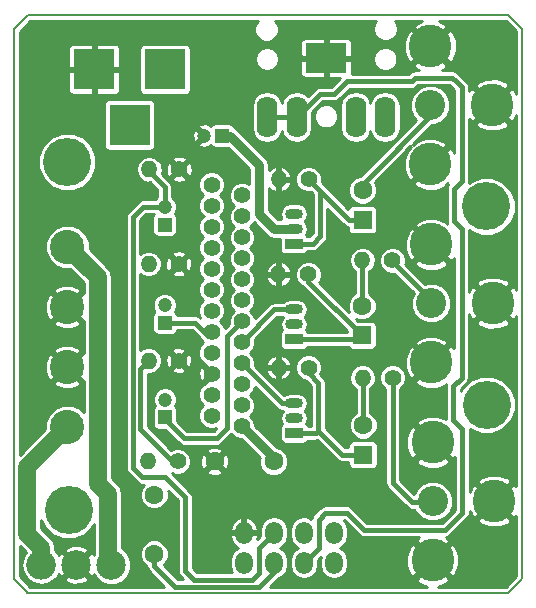
<source format=gtl>
G04 #@! TF.FileFunction,Copper,L1,Top,Signal*
%FSLAX46Y46*%
G04 Gerber Fmt 4.6, Leading zero omitted, Abs format (unit mm)*
G04 Created by KiCad (PCBNEW 4.0.7) date 03/11/20 10:05:13*
%MOMM*%
%LPD*%
G01*
G04 APERTURE LIST*
%ADD10C,0.100000*%
%ADD11C,0.150000*%
%ADD12O,1.500000X0.900000*%
%ADD13R,1.500000X0.900000*%
%ADD14C,1.600000*%
%ADD15R,3.500000X2.500000*%
%ADD16O,1.750000X3.500000*%
%ADD17C,4.064000*%
%ADD18R,1.600000X1.600000*%
%ADD19C,1.400000*%
%ADD20O,1.400000X1.400000*%
%ADD21O,1.500000X1.900000*%
%ADD22R,1.200000X1.200000*%
%ADD23C,1.200000*%
%ADD24R,3.500000X3.500000*%
%ADD25O,2.500000X2.500000*%
%ADD26C,2.500000*%
%ADD27C,2.900000*%
%ADD28C,2.550000*%
%ADD29C,3.616000*%
%ADD30C,0.400000*%
%ADD31C,0.800000*%
%ADD32C,1.500000*%
%ADD33C,0.254000*%
G04 APERTURE END LIST*
D10*
D11*
X131026000Y-96098000D02*
X131026000Y-49570000D01*
X174088000Y-96056000D02*
X174088000Y-49528000D01*
X174089000Y-49537000D02*
X172910000Y-48358000D01*
X172895000Y-97257000D02*
X174069000Y-96083000D01*
X131048000Y-49542000D02*
X132222000Y-48368000D01*
X132196000Y-97261000D02*
X131017000Y-96082000D01*
X132188000Y-97260000D02*
X172878000Y-97260000D01*
X132213000Y-48369000D02*
X172903000Y-48369000D01*
D12*
X154760000Y-74559000D03*
X154760000Y-73289000D03*
D13*
X154760000Y-75829000D03*
D14*
X142913000Y-93990000D03*
X142913000Y-88990000D03*
D15*
X157474000Y-51999000D03*
D16*
X162474000Y-57005000D03*
X152474000Y-57005000D03*
X159974000Y-57005000D03*
X154974000Y-57005000D03*
D17*
X135674000Y-90259000D03*
D14*
X148031000Y-86157000D03*
X153031000Y-86157000D03*
D18*
X160553000Y-65684000D03*
D14*
X160553000Y-63184000D03*
D18*
X160599000Y-85580000D03*
D14*
X160599000Y-83080000D03*
D18*
X160515000Y-75476000D03*
D14*
X160515000Y-72976000D03*
D17*
X135565000Y-60797000D03*
D19*
X145035000Y-61413000D03*
D20*
X142495000Y-61413000D03*
D19*
X144990000Y-77610000D03*
D20*
X142450000Y-77610000D03*
D19*
X144981000Y-69431000D03*
D20*
X142441000Y-69431000D03*
D19*
X163086000Y-69124000D03*
D20*
X160546000Y-69124000D03*
D19*
X155989000Y-78204000D03*
D20*
X153449000Y-78204000D03*
D19*
X155989000Y-62250000D03*
D20*
X153449000Y-62250000D03*
D19*
X155976000Y-70307000D03*
D20*
X153436000Y-70307000D03*
D19*
X163106000Y-79058000D03*
D20*
X160566000Y-79058000D03*
D17*
X171049000Y-64569000D03*
X171069000Y-81344000D03*
D21*
X150515000Y-94737000D03*
X150515000Y-92197000D03*
X153055000Y-94737000D03*
X153055000Y-92197000D03*
X155595000Y-94737000D03*
X155595000Y-92197000D03*
X158135000Y-92197000D03*
X158135000Y-94737000D03*
D22*
X143801000Y-66100000D03*
D23*
X143801000Y-64600000D03*
D22*
X143825000Y-82418000D03*
D23*
X143825000Y-80918000D03*
D22*
X143805000Y-74402000D03*
D23*
X143805000Y-72902000D03*
D22*
X148666000Y-58560000D03*
D23*
X147166000Y-58560000D03*
D12*
X154747000Y-66457000D03*
X154747000Y-65187000D03*
D13*
X154747000Y-67727000D03*
D12*
X154760000Y-82494000D03*
X154760000Y-81224000D03*
D13*
X154760000Y-83764000D03*
D19*
X144894000Y-86144000D03*
D20*
X142354000Y-86144000D03*
D24*
X143828000Y-52959000D03*
X137828000Y-52959000D03*
X140828000Y-57659000D03*
D25*
X133352000Y-94899000D03*
D26*
X136332000Y-94899000D03*
X139292000Y-94899000D03*
D27*
X135565000Y-83226000D03*
X135565000Y-78146000D03*
X135565000Y-73066000D03*
X135565000Y-67986000D03*
D19*
X147789000Y-62716000D03*
X150339000Y-63616000D03*
X147789000Y-64491000D03*
X150339000Y-65391000D03*
X147789000Y-66291000D03*
X150339000Y-67166000D03*
X147789000Y-68066000D03*
X150339000Y-68941000D03*
X147789000Y-69841000D03*
X150339000Y-70741000D03*
X147789000Y-71616000D03*
X150339000Y-72516000D03*
X147789000Y-73391000D03*
X150339000Y-74291000D03*
X147789000Y-75191000D03*
X150339000Y-76041000D03*
X147789000Y-76966000D03*
X150339000Y-77841000D03*
X147789000Y-78741000D03*
X150339000Y-79616000D03*
X147789000Y-80516000D03*
X150339000Y-81391000D03*
X147789000Y-82291000D03*
X150339000Y-83166000D03*
D28*
X166300000Y-55992000D03*
D29*
X166300000Y-60992000D03*
X166300000Y-50992000D03*
X171525000Y-55967000D03*
D28*
X166486000Y-89530000D03*
D29*
X166486000Y-94530000D03*
X166486000Y-84530000D03*
X171711000Y-89505000D03*
D28*
X166376000Y-72771000D03*
D29*
X166376000Y-77771000D03*
X166376000Y-67771000D03*
X171601000Y-72746000D03*
D30*
X143825000Y-82418000D02*
X143825000Y-82580000D01*
X143825000Y-82580000D02*
X145431000Y-84186000D01*
X145431000Y-84186000D02*
X148234000Y-84186000D01*
X148234000Y-84186000D02*
X149088000Y-83332000D01*
X149088000Y-83332000D02*
X149088000Y-75542000D01*
X149088000Y-75542000D02*
X150339000Y-74291000D01*
X143805000Y-74402000D02*
X146347000Y-74402000D01*
X146347000Y-74402000D02*
X147136000Y-75191000D01*
X147136000Y-75191000D02*
X147789000Y-75191000D01*
D31*
X148666000Y-58560000D02*
X149337000Y-58560000D01*
X153071000Y-66457000D02*
X154747000Y-66457000D01*
X151798000Y-65184000D02*
X151798000Y-61021000D01*
X153071000Y-66457000D02*
X151798000Y-65184000D01*
X149337000Y-58560000D02*
X151798000Y-61021000D01*
X153031000Y-86157000D02*
X153031000Y-85858000D01*
X153031000Y-85858000D02*
X150339000Y-83166000D01*
D30*
X160553000Y-63184000D02*
X160553000Y-62652000D01*
X160553000Y-62652000D02*
X166625000Y-56580000D01*
X166625000Y-56580000D02*
X166625000Y-56050000D01*
X166625000Y-56050000D02*
X166625000Y-56489000D01*
X166625000Y-56728000D02*
X166625000Y-56050000D01*
X154760000Y-83764000D02*
X156600000Y-83764000D01*
X156600000Y-83764000D02*
X156809000Y-83555000D01*
X155989000Y-78204000D02*
X155989000Y-78671000D01*
X155989000Y-78671000D02*
X156809000Y-79491000D01*
X156809000Y-79491000D02*
X156809000Y-83555000D01*
X156809000Y-83555000D02*
X158834000Y-85580000D01*
X158834000Y-85580000D02*
X160599000Y-85580000D01*
X160587000Y-85568000D02*
X160599000Y-85580000D01*
X160599000Y-83080000D02*
X160599000Y-79091000D01*
X160599000Y-79091000D02*
X160566000Y-79058000D01*
X160540000Y-82929000D02*
X160543000Y-82926000D01*
X155976000Y-70307000D02*
X155976000Y-70937000D01*
X155976000Y-70937000D02*
X160515000Y-75476000D01*
X154760000Y-75829000D02*
X160162000Y-75829000D01*
X160162000Y-75829000D02*
X160515000Y-75476000D01*
X160515000Y-72976000D02*
X160515000Y-69155000D01*
X160515000Y-69155000D02*
X160546000Y-69124000D01*
X154760000Y-73289000D02*
X153091000Y-73289000D01*
X153091000Y-73289000D02*
X150339000Y-76041000D01*
X154777000Y-81239000D02*
X153737000Y-81239000D01*
X153737000Y-81239000D02*
X150339000Y-77841000D01*
X163086000Y-69124000D02*
X163086000Y-69219000D01*
X163086000Y-69219000D02*
X166653000Y-72786000D01*
X163106000Y-79058000D02*
X163106000Y-87947000D01*
X164765000Y-89606000D02*
X166653000Y-89606000D01*
X163106000Y-87947000D02*
X164765000Y-89606000D01*
X159233000Y-53959000D02*
X164720000Y-53959000D01*
X167518000Y-91966000D02*
X168986000Y-90498000D01*
X156932000Y-55047000D02*
X154974000Y-57005000D01*
X158145000Y-55047000D02*
X156932000Y-55047000D01*
X159233000Y-53959000D02*
X158145000Y-55047000D01*
X168951000Y-54481000D02*
X168429000Y-53959000D01*
X168951000Y-62420000D02*
X168951000Y-54481000D01*
X168311000Y-63060000D02*
X168951000Y-62420000D01*
X168311000Y-65827000D02*
X168311000Y-63060000D01*
X168938000Y-66454000D02*
X168311000Y-65827000D01*
X168938000Y-79057000D02*
X168938000Y-66454000D01*
X168255000Y-79740000D02*
X168938000Y-79057000D01*
X168255000Y-82674000D02*
X168255000Y-79740000D01*
X168995000Y-83414000D02*
X168255000Y-82674000D01*
X168995000Y-90498000D02*
X168995000Y-83414000D01*
X168995000Y-90498000D02*
X168986000Y-90498000D01*
X168122000Y-53652000D02*
X168429000Y-53959000D01*
X165027000Y-53652000D02*
X168122000Y-53652000D01*
X164720000Y-53959000D02*
X165027000Y-53652000D01*
X160698000Y-91966000D02*
X167518000Y-91966000D01*
X156842000Y-93521000D02*
X155626000Y-94737000D01*
X160698000Y-91966000D02*
X159230000Y-90498000D01*
X159230000Y-90498000D02*
X158728000Y-90498000D01*
X157414000Y-90498000D02*
X158728000Y-90498000D01*
X156842000Y-91070000D02*
X157414000Y-90498000D01*
X156842000Y-93521000D02*
X156842000Y-91070000D01*
X167518000Y-91966000D02*
X167527000Y-91966000D01*
X155595000Y-94737000D02*
X155626000Y-94737000D01*
X155595000Y-94737000D02*
X155689000Y-94737000D01*
X155595000Y-94737000D02*
X155595000Y-95245000D01*
X154974000Y-57005000D02*
X152474000Y-57005000D01*
X143801000Y-64600000D02*
X141963000Y-64600000D01*
X141125000Y-83261000D02*
X141122000Y-65441000D01*
X141125000Y-83513000D02*
X141125000Y-86726000D01*
X146285998Y-96155998D02*
X151223002Y-96155998D01*
X146285998Y-96155998D02*
X145540000Y-95410000D01*
X145540000Y-89185000D02*
X145540000Y-95410000D01*
X143835000Y-87480000D02*
X145540000Y-89185000D01*
X141879000Y-87480000D02*
X143835000Y-87480000D01*
X141125000Y-86726000D02*
X141879000Y-87480000D01*
X141125000Y-83513000D02*
X141125000Y-83261000D01*
X141963000Y-64600000D02*
X141122000Y-65441000D01*
X142495000Y-61413000D02*
X142495000Y-61601000D01*
X142495000Y-61601000D02*
X143801000Y-62907000D01*
X143801000Y-62907000D02*
X143801000Y-64600000D01*
X151779000Y-93473000D02*
X153055000Y-92197000D01*
X151223002Y-96155998D02*
X151779000Y-95600000D01*
X151779000Y-95600000D02*
X151779000Y-93473000D01*
X151211000Y-96155998D02*
X151223002Y-96155998D01*
X142494000Y-61443000D02*
X142497000Y-61440000D01*
X141732000Y-83433000D02*
X141732000Y-78328000D01*
X142450000Y-77610000D02*
X141732000Y-78328000D01*
X141732000Y-83433000D02*
X144443000Y-86144000D01*
X144894000Y-86144000D02*
X144443000Y-86144000D01*
X144894000Y-86144000D02*
X144727000Y-86144000D01*
X142450000Y-77610000D02*
X142450000Y-77629000D01*
X142441000Y-69431000D02*
X142441000Y-69451000D01*
X142380000Y-69468000D02*
X142392000Y-69456000D01*
X142936000Y-93518000D02*
X142936000Y-95022000D01*
X151809000Y-96756000D02*
X153055000Y-95510000D01*
X151809000Y-96756000D02*
X144670000Y-96756000D01*
X142936000Y-95022000D02*
X144670000Y-96756000D01*
X142936000Y-93518000D02*
X142870000Y-93452000D01*
X153055000Y-94737000D02*
X153055000Y-95510000D01*
X160553000Y-65684000D02*
X159395000Y-65684000D01*
X159395000Y-65684000D02*
X156952000Y-63241000D01*
X154747000Y-67727000D02*
X156321000Y-67727000D01*
X156952000Y-63241000D02*
X155961000Y-62250000D01*
X156952000Y-67096000D02*
X156952000Y-63241000D01*
X156321000Y-67727000D02*
X156952000Y-67096000D01*
D32*
X138151000Y-87831000D02*
X138151000Y-88026000D01*
X135565000Y-67986000D02*
X138151000Y-70572000D01*
X138151000Y-87831000D02*
X138151000Y-71319000D01*
X138151000Y-71319000D02*
X138151000Y-70572000D01*
X139002000Y-88877000D02*
X139002000Y-94609000D01*
X138151000Y-88026000D02*
X139002000Y-88877000D01*
X139002000Y-94609000D02*
X139292000Y-94899000D01*
X133352000Y-94899000D02*
X133352000Y-93453000D01*
X132185000Y-86606000D02*
X135565000Y-83226000D01*
X132185000Y-92286000D02*
X132185000Y-86606000D01*
X133352000Y-93453000D02*
X132185000Y-92286000D01*
D33*
G36*
X151563860Y-49002492D02*
X151407179Y-49379821D01*
X151406822Y-49788387D01*
X151562844Y-50165989D01*
X151851492Y-50455140D01*
X152228821Y-50611821D01*
X152637387Y-50612178D01*
X153014989Y-50456156D01*
X153304140Y-50167508D01*
X153460821Y-49790179D01*
X153461178Y-49381613D01*
X153305156Y-49004011D01*
X153172376Y-48871000D01*
X161715511Y-48871000D01*
X161623860Y-48962492D01*
X161467179Y-49339821D01*
X161466822Y-49748387D01*
X161622844Y-50125989D01*
X161911492Y-50415140D01*
X162288821Y-50571821D01*
X162697387Y-50572178D01*
X163074989Y-50416156D01*
X163364140Y-50127508D01*
X163520821Y-49750179D01*
X163521178Y-49341613D01*
X163365156Y-48964011D01*
X163272307Y-48871000D01*
X165561849Y-48871000D01*
X165065390Y-49076640D01*
X164856569Y-49368964D01*
X166300000Y-50812395D01*
X167743431Y-49368964D01*
X167534610Y-49076640D01*
X167014032Y-48871000D01*
X172713064Y-48871000D01*
X173586000Y-49743935D01*
X173586000Y-55083996D01*
X173440360Y-54732390D01*
X173148036Y-54523569D01*
X171704605Y-55967000D01*
X173148036Y-57410431D01*
X173440360Y-57201610D01*
X173586000Y-56832922D01*
X173586000Y-71679516D01*
X173516360Y-71511390D01*
X173224036Y-71302569D01*
X171780605Y-72746000D01*
X173224036Y-74189431D01*
X173516360Y-73980610D01*
X173586000Y-73804316D01*
X173586000Y-88241559D01*
X173334036Y-88061569D01*
X171890605Y-89505000D01*
X173334036Y-90948431D01*
X173586000Y-90768441D01*
X173586000Y-95856065D01*
X172684064Y-96758000D01*
X166928858Y-96758000D01*
X166967363Y-96757365D01*
X167720610Y-96445360D01*
X167929431Y-96153036D01*
X166486000Y-94709605D01*
X165042569Y-96153036D01*
X165251390Y-96445360D01*
X166042839Y-96758000D01*
X152693712Y-96758000D01*
X153374235Y-96077477D01*
X153505418Y-96051383D01*
X153887265Y-95796242D01*
X154142406Y-95414395D01*
X154232000Y-94963977D01*
X154232000Y-94510023D01*
X154142406Y-94059605D01*
X153887265Y-93677758D01*
X153571842Y-93467000D01*
X153887265Y-93256242D01*
X154142406Y-92874395D01*
X154232000Y-92423977D01*
X154232000Y-91970023D01*
X154142406Y-91519605D01*
X153887265Y-91137758D01*
X153505418Y-90882617D01*
X153055000Y-90793023D01*
X152604582Y-90882617D01*
X152222735Y-91137758D01*
X151967594Y-91519605D01*
X151878000Y-91970023D01*
X151878000Y-92423977D01*
X151888504Y-92476784D01*
X151622930Y-92742358D01*
X151692806Y-92509636D01*
X151589175Y-92324000D01*
X150642000Y-92324000D01*
X150642000Y-92344000D01*
X150388000Y-92344000D01*
X150388000Y-92324000D01*
X149440825Y-92324000D01*
X149337194Y-92509636D01*
X149469953Y-92951789D01*
X149761811Y-93309480D01*
X150023298Y-93450202D01*
X149682735Y-93677758D01*
X149427594Y-94059605D01*
X149338000Y-94510023D01*
X149338000Y-94963977D01*
X149427594Y-95414395D01*
X149504169Y-95528998D01*
X146545710Y-95528998D01*
X146167000Y-95150288D01*
X146167000Y-91884364D01*
X149337194Y-91884364D01*
X149440825Y-92070000D01*
X150388000Y-92070000D01*
X150388000Y-90934312D01*
X150642000Y-90934312D01*
X150642000Y-92070000D01*
X151589175Y-92070000D01*
X151692806Y-91884364D01*
X151560047Y-91442211D01*
X151268189Y-91084520D01*
X150861665Y-90865745D01*
X150823485Y-90861145D01*
X150642000Y-90934312D01*
X150388000Y-90934312D01*
X150206515Y-90861145D01*
X150168335Y-90865745D01*
X149761811Y-91084520D01*
X149469953Y-91442211D01*
X149337194Y-91884364D01*
X146167000Y-91884364D01*
X146167000Y-89185000D01*
X146119272Y-88945057D01*
X145983356Y-88741644D01*
X144401510Y-87159798D01*
X144668842Y-87270804D01*
X145117191Y-87271195D01*
X145531560Y-87099981D01*
X145580688Y-87050938D01*
X147316667Y-87050938D01*
X147402202Y-87238531D01*
X147863951Y-87396835D01*
X148351131Y-87366385D01*
X148659798Y-87238531D01*
X148745333Y-87050938D01*
X148031000Y-86336605D01*
X147316667Y-87050938D01*
X145580688Y-87050938D01*
X145848867Y-86783228D01*
X146020804Y-86369158D01*
X146021134Y-85989951D01*
X146791165Y-85989951D01*
X146821615Y-86477131D01*
X146949469Y-86785798D01*
X147137062Y-86871333D01*
X147851395Y-86157000D01*
X148210605Y-86157000D01*
X148924938Y-86871333D01*
X149112531Y-86785798D01*
X149270835Y-86324049D01*
X149240385Y-85836869D01*
X149112531Y-85528202D01*
X148924938Y-85442667D01*
X148210605Y-86157000D01*
X147851395Y-86157000D01*
X147137062Y-85442667D01*
X146949469Y-85528202D01*
X146791165Y-85989951D01*
X146021134Y-85989951D01*
X146021195Y-85920809D01*
X145849981Y-85506440D01*
X145607028Y-85263062D01*
X147316667Y-85263062D01*
X148031000Y-85977395D01*
X148745333Y-85263062D01*
X148659798Y-85075469D01*
X148198049Y-84917165D01*
X147710869Y-84947615D01*
X147402202Y-85075469D01*
X147316667Y-85263062D01*
X145607028Y-85263062D01*
X145533228Y-85189133D01*
X145119158Y-85017196D01*
X144670809Y-85016805D01*
X144339437Y-85153725D01*
X142359000Y-83173288D01*
X142359000Y-78723291D01*
X142427921Y-78737000D01*
X142472079Y-78737000D01*
X142903363Y-78651212D01*
X143232410Y-78431349D01*
X144348256Y-78431349D01*
X144421472Y-78608578D01*
X144846888Y-78750131D01*
X145294091Y-78718111D01*
X145558528Y-78608578D01*
X145562944Y-78597888D01*
X146648869Y-78597888D01*
X146680889Y-79045091D01*
X146790422Y-79309528D01*
X146967651Y-79382744D01*
X147609395Y-78741000D01*
X146967651Y-78099256D01*
X146790422Y-78172472D01*
X146648869Y-78597888D01*
X145562944Y-78597888D01*
X145631744Y-78431349D01*
X144990000Y-77789605D01*
X144348256Y-78431349D01*
X143232410Y-78431349D01*
X143268988Y-78406909D01*
X143513291Y-78041284D01*
X143599079Y-77610000D01*
X143570613Y-77466888D01*
X143849869Y-77466888D01*
X143881889Y-77914091D01*
X143991422Y-78178528D01*
X144168651Y-78251744D01*
X144810395Y-77610000D01*
X145169605Y-77610000D01*
X145811349Y-78251744D01*
X145988578Y-78178528D01*
X146130131Y-77753112D01*
X146098111Y-77305909D01*
X145988578Y-77041472D01*
X145811349Y-76968256D01*
X145169605Y-77610000D01*
X144810395Y-77610000D01*
X144168651Y-76968256D01*
X143991422Y-77041472D01*
X143849869Y-77466888D01*
X143570613Y-77466888D01*
X143513291Y-77178716D01*
X143268988Y-76813091D01*
X143232411Y-76788651D01*
X144348256Y-76788651D01*
X144990000Y-77430395D01*
X145631744Y-76788651D01*
X145558528Y-76611422D01*
X145133112Y-76469869D01*
X144685909Y-76501889D01*
X144421472Y-76611422D01*
X144348256Y-76788651D01*
X143232411Y-76788651D01*
X142903363Y-76568788D01*
X142472079Y-76483000D01*
X142427921Y-76483000D01*
X141996637Y-76568788D01*
X141750901Y-76732984D01*
X141750408Y-73802000D01*
X142769635Y-73802000D01*
X142769635Y-75002000D01*
X142799409Y-75160237D01*
X142892927Y-75305567D01*
X143035619Y-75403064D01*
X143205000Y-75437365D01*
X144405000Y-75437365D01*
X144563237Y-75407591D01*
X144708567Y-75314073D01*
X144806064Y-75171381D01*
X144834897Y-75029000D01*
X146087288Y-75029000D01*
X146692644Y-75634356D01*
X146775708Y-75689858D01*
X146833019Y-75828560D01*
X147082681Y-76078658D01*
X146834133Y-76326772D01*
X146662196Y-76740842D01*
X146661805Y-77189191D01*
X146833019Y-77603560D01*
X147147637Y-77918728D01*
X147147256Y-77919651D01*
X147789000Y-78561395D01*
X147803143Y-78547253D01*
X147982748Y-78726858D01*
X147968605Y-78741000D01*
X147982748Y-78755143D01*
X147803143Y-78934748D01*
X147789000Y-78920605D01*
X147147256Y-79562349D01*
X147147796Y-79563656D01*
X146834133Y-79876772D01*
X146662196Y-80290842D01*
X146661805Y-80739191D01*
X146833019Y-81153560D01*
X147082681Y-81403658D01*
X146834133Y-81651772D01*
X146662196Y-82065842D01*
X146661805Y-82514191D01*
X146833019Y-82928560D01*
X147149772Y-83245867D01*
X147563842Y-83417804D01*
X148012191Y-83418195D01*
X148187550Y-83345738D01*
X147974288Y-83559000D01*
X145690712Y-83559000D01*
X144860365Y-82728653D01*
X144860365Y-81818000D01*
X144830591Y-81659763D01*
X144737073Y-81514433D01*
X144699904Y-81489036D01*
X144851821Y-81123179D01*
X144852178Y-80714613D01*
X144696156Y-80337011D01*
X144407508Y-80047860D01*
X144030179Y-79891179D01*
X143621613Y-79890822D01*
X143244011Y-80046844D01*
X142954860Y-80335492D01*
X142798179Y-80712821D01*
X142797822Y-81121387D01*
X142949301Y-81487994D01*
X142921433Y-81505927D01*
X142823936Y-81648619D01*
X142789635Y-81818000D01*
X142789635Y-83018000D01*
X142819409Y-83176237D01*
X142912927Y-83321567D01*
X143055619Y-83419064D01*
X143225000Y-83453365D01*
X143811653Y-83453365D01*
X144987644Y-84629356D01*
X145191057Y-84765272D01*
X145431000Y-84813000D01*
X148234000Y-84813000D01*
X148473943Y-84765272D01*
X148677356Y-84629356D01*
X149443033Y-83863679D01*
X149699772Y-84120867D01*
X150113842Y-84292804D01*
X150296409Y-84292963D01*
X151836810Y-85833364D01*
X151804214Y-85911864D01*
X151803788Y-86399995D01*
X151990194Y-86851131D01*
X152335053Y-87196593D01*
X152785864Y-87383786D01*
X153273995Y-87384212D01*
X153725131Y-87197806D01*
X154070593Y-86852947D01*
X154257786Y-86402136D01*
X154258212Y-85914005D01*
X154071806Y-85462869D01*
X153726947Y-85117407D01*
X153276136Y-84930214D01*
X153272765Y-84930211D01*
X151466037Y-83123483D01*
X151466195Y-82942809D01*
X151294981Y-82528440D01*
X151045319Y-82278342D01*
X151293867Y-82030228D01*
X151465804Y-81616158D01*
X151466195Y-81167809D01*
X151294981Y-80753440D01*
X151045319Y-80503342D01*
X151293867Y-80255228D01*
X151461885Y-79850597D01*
X153293644Y-81682356D01*
X153497058Y-81818273D01*
X153737000Y-81866000D01*
X153828582Y-81866000D01*
X153816808Y-81873867D01*
X153626699Y-82158387D01*
X153559941Y-82494000D01*
X153626699Y-82829613D01*
X153731190Y-82985996D01*
X153706433Y-83001927D01*
X153608936Y-83144619D01*
X153574635Y-83314000D01*
X153574635Y-84214000D01*
X153604409Y-84372237D01*
X153697927Y-84517567D01*
X153840619Y-84615064D01*
X154010000Y-84649365D01*
X155510000Y-84649365D01*
X155668237Y-84619591D01*
X155813567Y-84526073D01*
X155905858Y-84391000D01*
X156600000Y-84391000D01*
X156732026Y-84364738D01*
X158390644Y-86023356D01*
X158594057Y-86159272D01*
X158834000Y-86207000D01*
X159363635Y-86207000D01*
X159363635Y-86380000D01*
X159393409Y-86538237D01*
X159486927Y-86683567D01*
X159629619Y-86781064D01*
X159799000Y-86815365D01*
X161399000Y-86815365D01*
X161557237Y-86785591D01*
X161702567Y-86692073D01*
X161800064Y-86549381D01*
X161834365Y-86380000D01*
X161834365Y-84780000D01*
X161804591Y-84621763D01*
X161711073Y-84476433D01*
X161568381Y-84378936D01*
X161399000Y-84344635D01*
X159799000Y-84344635D01*
X159640763Y-84374409D01*
X159495433Y-84467927D01*
X159397936Y-84610619D01*
X159363635Y-84780000D01*
X159363635Y-84953000D01*
X159093712Y-84953000D01*
X157463707Y-83322995D01*
X159371788Y-83322995D01*
X159558194Y-83774131D01*
X159903053Y-84119593D01*
X160353864Y-84306786D01*
X160841995Y-84307212D01*
X161293131Y-84120806D01*
X161638593Y-83775947D01*
X161825786Y-83325136D01*
X161826212Y-82837005D01*
X161639806Y-82385869D01*
X161294947Y-82040407D01*
X161226000Y-82011778D01*
X161226000Y-79961141D01*
X161384988Y-79854909D01*
X161629291Y-79489284D01*
X161670683Y-79281191D01*
X161978805Y-79281191D01*
X162150019Y-79695560D01*
X162466772Y-80012867D01*
X162479000Y-80017945D01*
X162479000Y-87947000D01*
X162526728Y-88186943D01*
X162599510Y-88295869D01*
X162662644Y-88390356D01*
X164321644Y-90049356D01*
X164525057Y-90185272D01*
X164765000Y-90233000D01*
X164934907Y-90233000D01*
X165042273Y-90492846D01*
X165520636Y-90972044D01*
X166145966Y-91231704D01*
X166823063Y-91232295D01*
X167448846Y-90973727D01*
X167928044Y-90495364D01*
X168187704Y-89870034D01*
X168188295Y-89192937D01*
X167929727Y-88567154D01*
X167451364Y-88087956D01*
X166826034Y-87828296D01*
X166148937Y-87827705D01*
X165523154Y-88086273D01*
X165043956Y-88564636D01*
X164916733Y-88871021D01*
X163733000Y-87687288D01*
X163733000Y-86153036D01*
X165042569Y-86153036D01*
X165251390Y-86445360D01*
X166078346Y-86772026D01*
X166967363Y-86757365D01*
X167720610Y-86445360D01*
X167929431Y-86153036D01*
X166486000Y-84709605D01*
X165042569Y-86153036D01*
X163733000Y-86153036D01*
X163733000Y-84122346D01*
X164243974Y-84122346D01*
X164258635Y-85011363D01*
X164570640Y-85764610D01*
X164862964Y-85973431D01*
X166306395Y-84530000D01*
X164862964Y-83086569D01*
X164570640Y-83295390D01*
X164243974Y-84122346D01*
X163733000Y-84122346D01*
X163733000Y-80018344D01*
X163743560Y-80013981D01*
X164060867Y-79697228D01*
X164232804Y-79283158D01*
X164233195Y-78834809D01*
X164061981Y-78420440D01*
X163745228Y-78103133D01*
X163331158Y-77931196D01*
X162882809Y-77930805D01*
X162468440Y-78102019D01*
X162151133Y-78418772D01*
X161979196Y-78832842D01*
X161978805Y-79281191D01*
X161670683Y-79281191D01*
X161715079Y-79058000D01*
X161629291Y-78626716D01*
X161384988Y-78261091D01*
X161019363Y-78016788D01*
X160588079Y-77931000D01*
X160543921Y-77931000D01*
X160112637Y-78016788D01*
X159747012Y-78261091D01*
X159502709Y-78626716D01*
X159416921Y-79058000D01*
X159502709Y-79489284D01*
X159747012Y-79854909D01*
X159972000Y-80005241D01*
X159972000Y-82011456D01*
X159904869Y-82039194D01*
X159559407Y-82384053D01*
X159372214Y-82834864D01*
X159371788Y-83322995D01*
X157463707Y-83322995D01*
X157436000Y-83295288D01*
X157436000Y-79491000D01*
X157388272Y-79251057D01*
X157252356Y-79047644D01*
X156974402Y-78769690D01*
X157115804Y-78429158D01*
X157116195Y-77980809D01*
X156944981Y-77566440D01*
X156742242Y-77363346D01*
X164133974Y-77363346D01*
X164148635Y-78252363D01*
X164460640Y-79005610D01*
X164752964Y-79214431D01*
X166196395Y-77771000D01*
X164752964Y-76327569D01*
X164460640Y-76536390D01*
X164133974Y-77363346D01*
X156742242Y-77363346D01*
X156628228Y-77249133D01*
X156214158Y-77077196D01*
X155765809Y-77076805D01*
X155351440Y-77248019D01*
X155034133Y-77564772D01*
X154862196Y-77978842D01*
X154861805Y-78427191D01*
X155033019Y-78841560D01*
X155349772Y-79158867D01*
X155760849Y-79329561D01*
X156182000Y-79750712D01*
X156182000Y-83137000D01*
X155903517Y-83137000D01*
X155822073Y-83010433D01*
X155788026Y-82987170D01*
X155893301Y-82829613D01*
X155960059Y-82494000D01*
X155893301Y-82158387D01*
X155703192Y-81873867D01*
X155680942Y-81859000D01*
X155703192Y-81844133D01*
X155893301Y-81559613D01*
X155960059Y-81224000D01*
X155893301Y-80888387D01*
X155703192Y-80603867D01*
X155418672Y-80413758D01*
X155083059Y-80347000D01*
X154436941Y-80347000D01*
X154101328Y-80413758D01*
X153919777Y-80535065D01*
X151889327Y-78504615D01*
X152362833Y-78504615D01*
X152468387Y-78759477D01*
X152755603Y-79092458D01*
X153148383Y-79290180D01*
X153322000Y-79217084D01*
X153322000Y-78331000D01*
X153576000Y-78331000D01*
X153576000Y-79217084D01*
X153749617Y-79290180D01*
X154142397Y-79092458D01*
X154429613Y-78759477D01*
X154535167Y-78504615D01*
X154461315Y-78331000D01*
X153576000Y-78331000D01*
X153322000Y-78331000D01*
X152436685Y-78331000D01*
X152362833Y-78504615D01*
X151889327Y-78504615D01*
X151461422Y-78076710D01*
X151465804Y-78066158D01*
X151465945Y-77903385D01*
X152362833Y-77903385D01*
X152436685Y-78077000D01*
X153322000Y-78077000D01*
X153322000Y-77190916D01*
X153576000Y-77190916D01*
X153576000Y-78077000D01*
X154461315Y-78077000D01*
X154535167Y-77903385D01*
X154429613Y-77648523D01*
X154142397Y-77315542D01*
X153749617Y-77117820D01*
X153576000Y-77190916D01*
X153322000Y-77190916D01*
X153148383Y-77117820D01*
X152755603Y-77315542D01*
X152468387Y-77648523D01*
X152362833Y-77903385D01*
X151465945Y-77903385D01*
X151466195Y-77617809D01*
X151294981Y-77203440D01*
X151032819Y-76940820D01*
X151293867Y-76680228D01*
X151465804Y-76266158D01*
X151466195Y-75817809D01*
X151461139Y-75805573D01*
X153350712Y-73916000D01*
X153827085Y-73916000D01*
X153839058Y-73924000D01*
X153816808Y-73938867D01*
X153626699Y-74223387D01*
X153559941Y-74559000D01*
X153626699Y-74894613D01*
X153731190Y-75050996D01*
X153706433Y-75066927D01*
X153608936Y-75209619D01*
X153574635Y-75379000D01*
X153574635Y-76279000D01*
X153604409Y-76437237D01*
X153697927Y-76582567D01*
X153840619Y-76680064D01*
X154010000Y-76714365D01*
X155510000Y-76714365D01*
X155668237Y-76684591D01*
X155813567Y-76591073D01*
X155905858Y-76456000D01*
X159323413Y-76456000D01*
X159402927Y-76579567D01*
X159545619Y-76677064D01*
X159715000Y-76711365D01*
X161315000Y-76711365D01*
X161473237Y-76681591D01*
X161618567Y-76588073D01*
X161716064Y-76445381D01*
X161750365Y-76276000D01*
X161750365Y-76147964D01*
X164932569Y-76147964D01*
X166376000Y-77591395D01*
X167819431Y-76147964D01*
X167610610Y-75855640D01*
X166783654Y-75528974D01*
X165894637Y-75543635D01*
X165141390Y-75855640D01*
X164932569Y-76147964D01*
X161750365Y-76147964D01*
X161750365Y-74676000D01*
X161720591Y-74517763D01*
X161627073Y-74372433D01*
X161484381Y-74274936D01*
X161315000Y-74240635D01*
X160166347Y-74240635D01*
X160028115Y-74102403D01*
X160269864Y-74202786D01*
X160757995Y-74203212D01*
X161209131Y-74016806D01*
X161554593Y-73671947D01*
X161741786Y-73221136D01*
X161742212Y-72733005D01*
X161555806Y-72281869D01*
X161210947Y-71936407D01*
X161142000Y-71907778D01*
X161142000Y-70069905D01*
X161364988Y-69920909D01*
X161609291Y-69555284D01*
X161650683Y-69347191D01*
X161958805Y-69347191D01*
X162130019Y-69761560D01*
X162446772Y-70078867D01*
X162860842Y-70250804D01*
X163231415Y-70251127D01*
X164890523Y-71910235D01*
X164674296Y-72430966D01*
X164673705Y-73108063D01*
X164932273Y-73733846D01*
X165410636Y-74213044D01*
X166035966Y-74472704D01*
X166713063Y-74473295D01*
X167338846Y-74214727D01*
X167818044Y-73736364D01*
X168077704Y-73111034D01*
X168078295Y-72433937D01*
X167819727Y-71808154D01*
X167341364Y-71328956D01*
X166716034Y-71069296D01*
X166038937Y-71068705D01*
X165885723Y-71132011D01*
X164180549Y-69426837D01*
X164194169Y-69394036D01*
X164932569Y-69394036D01*
X165141390Y-69686360D01*
X165968346Y-70013026D01*
X166857363Y-69998365D01*
X167610610Y-69686360D01*
X167819431Y-69394036D01*
X166376000Y-67950605D01*
X164932569Y-69394036D01*
X164194169Y-69394036D01*
X164212804Y-69349158D01*
X164213195Y-68900809D01*
X164041981Y-68486440D01*
X163725228Y-68169133D01*
X163311158Y-67997196D01*
X162862809Y-67996805D01*
X162448440Y-68168019D01*
X162131133Y-68484772D01*
X161959196Y-68898842D01*
X161958805Y-69347191D01*
X161650683Y-69347191D01*
X161695079Y-69124000D01*
X161609291Y-68692716D01*
X161364988Y-68327091D01*
X160999363Y-68082788D01*
X160568079Y-67997000D01*
X160523921Y-67997000D01*
X160092637Y-68082788D01*
X159727012Y-68327091D01*
X159482709Y-68692716D01*
X159396921Y-69124000D01*
X159482709Y-69555284D01*
X159727012Y-69920909D01*
X159888000Y-70028478D01*
X159888000Y-71907456D01*
X159820869Y-71935194D01*
X159475407Y-72280053D01*
X159288214Y-72730864D01*
X159287788Y-73218995D01*
X159388537Y-73462825D01*
X156901378Y-70975666D01*
X156930867Y-70946228D01*
X157102804Y-70532158D01*
X157103195Y-70083809D01*
X156931981Y-69669440D01*
X156615228Y-69352133D01*
X156201158Y-69180196D01*
X155752809Y-69179805D01*
X155338440Y-69351019D01*
X155021133Y-69667772D01*
X154849196Y-70081842D01*
X154848805Y-70530191D01*
X155020019Y-70944560D01*
X155336772Y-71261867D01*
X155498284Y-71328933D01*
X155532644Y-71380356D01*
X159279635Y-75127347D01*
X159279635Y-75202000D01*
X155903517Y-75202000D01*
X155822073Y-75075433D01*
X155788026Y-75052170D01*
X155893301Y-74894613D01*
X155960059Y-74559000D01*
X155893301Y-74223387D01*
X155703192Y-73938867D01*
X155680942Y-73924000D01*
X155703192Y-73909133D01*
X155893301Y-73624613D01*
X155960059Y-73289000D01*
X155893301Y-72953387D01*
X155703192Y-72668867D01*
X155418672Y-72478758D01*
X155083059Y-72412000D01*
X154436941Y-72412000D01*
X154101328Y-72478758D01*
X153827085Y-72662000D01*
X153091000Y-72662000D01*
X152851058Y-72709727D01*
X152647644Y-72845644D01*
X151454290Y-74038998D01*
X151294981Y-73653440D01*
X151045319Y-73403342D01*
X151293867Y-73155228D01*
X151465804Y-72741158D01*
X151466195Y-72292809D01*
X151294981Y-71878440D01*
X151045319Y-71628342D01*
X151293867Y-71380228D01*
X151465804Y-70966158D01*
X151466116Y-70607615D01*
X152349833Y-70607615D01*
X152455387Y-70862477D01*
X152742603Y-71195458D01*
X153135383Y-71393180D01*
X153309000Y-71320084D01*
X153309000Y-70434000D01*
X153563000Y-70434000D01*
X153563000Y-71320084D01*
X153736617Y-71393180D01*
X154129397Y-71195458D01*
X154416613Y-70862477D01*
X154522167Y-70607615D01*
X154448315Y-70434000D01*
X153563000Y-70434000D01*
X153309000Y-70434000D01*
X152423685Y-70434000D01*
X152349833Y-70607615D01*
X151466116Y-70607615D01*
X151466195Y-70517809D01*
X151294981Y-70103440D01*
X151198096Y-70006385D01*
X152349833Y-70006385D01*
X152423685Y-70180000D01*
X153309000Y-70180000D01*
X153309000Y-69293916D01*
X153563000Y-69293916D01*
X153563000Y-70180000D01*
X154448315Y-70180000D01*
X154522167Y-70006385D01*
X154416613Y-69751523D01*
X154129397Y-69418542D01*
X153736617Y-69220820D01*
X153563000Y-69293916D01*
X153309000Y-69293916D01*
X153135383Y-69220820D01*
X152742603Y-69418542D01*
X152455387Y-69751523D01*
X152349833Y-70006385D01*
X151198096Y-70006385D01*
X151032819Y-69840820D01*
X151293867Y-69580228D01*
X151465804Y-69166158D01*
X151466195Y-68717809D01*
X151294981Y-68303440D01*
X151045319Y-68053342D01*
X151293867Y-67805228D01*
X151465804Y-67391158D01*
X151466195Y-66942809D01*
X151294981Y-66528440D01*
X151045319Y-66278342D01*
X151293867Y-66030228D01*
X151346917Y-65902471D01*
X152486223Y-67041777D01*
X152754521Y-67221048D01*
X153071000Y-67284000D01*
X153561635Y-67284000D01*
X153561635Y-68177000D01*
X153591409Y-68335237D01*
X153684927Y-68480567D01*
X153827619Y-68578064D01*
X153997000Y-68612365D01*
X155497000Y-68612365D01*
X155655237Y-68582591D01*
X155800567Y-68489073D01*
X155892858Y-68354000D01*
X156321000Y-68354000D01*
X156560943Y-68306272D01*
X156764356Y-68170356D01*
X157395356Y-67539356D01*
X157512962Y-67363346D01*
X164133974Y-67363346D01*
X164148635Y-68252363D01*
X164460640Y-69005610D01*
X164752964Y-69214431D01*
X166196395Y-67771000D01*
X164752964Y-66327569D01*
X164460640Y-66536390D01*
X164133974Y-67363346D01*
X157512962Y-67363346D01*
X157531273Y-67335942D01*
X157579000Y-67096000D01*
X157579000Y-64754712D01*
X158951644Y-66127356D01*
X159155058Y-66263273D01*
X159317635Y-66295611D01*
X159317635Y-66484000D01*
X159347409Y-66642237D01*
X159440927Y-66787567D01*
X159583619Y-66885064D01*
X159753000Y-66919365D01*
X161353000Y-66919365D01*
X161511237Y-66889591D01*
X161656567Y-66796073D01*
X161754064Y-66653381D01*
X161788365Y-66484000D01*
X161788365Y-64884000D01*
X161758591Y-64725763D01*
X161665073Y-64580433D01*
X161522381Y-64482936D01*
X161353000Y-64448635D01*
X159753000Y-64448635D01*
X159594763Y-64478409D01*
X159449433Y-64571927D01*
X159351936Y-64714619D01*
X159345266Y-64747554D01*
X158024707Y-63426995D01*
X159325788Y-63426995D01*
X159512194Y-63878131D01*
X159857053Y-64223593D01*
X160307864Y-64410786D01*
X160795995Y-64411212D01*
X161247131Y-64224806D01*
X161592593Y-63879947D01*
X161779786Y-63429136D01*
X161780212Y-62941005D01*
X161596156Y-62495556D01*
X164610052Y-59481660D01*
X164676962Y-59548570D01*
X164384640Y-59757390D01*
X164057974Y-60584346D01*
X164072635Y-61473363D01*
X164384640Y-62226610D01*
X164676964Y-62435431D01*
X166120395Y-60992000D01*
X166106253Y-60977858D01*
X166285858Y-60798253D01*
X166300000Y-60812395D01*
X167743431Y-59368964D01*
X167534610Y-59076640D01*
X166707654Y-58749974D01*
X165818637Y-58764635D01*
X165065390Y-59076640D01*
X164856570Y-59368962D01*
X164789660Y-59302052D01*
X166397626Y-57694086D01*
X166637063Y-57694295D01*
X167262846Y-57435727D01*
X167742044Y-56957364D01*
X168001704Y-56332034D01*
X168002295Y-55654937D01*
X167743727Y-55029154D01*
X167265364Y-54549956D01*
X166640034Y-54290296D01*
X165962937Y-54289705D01*
X165337154Y-54548273D01*
X164857956Y-55026636D01*
X164598296Y-55651966D01*
X164597705Y-56329063D01*
X164856273Y-56954846D01*
X165109636Y-57208652D01*
X160361455Y-61956833D01*
X160310005Y-61956788D01*
X159858869Y-62143194D01*
X159513407Y-62488053D01*
X159326214Y-62938864D01*
X159325788Y-63426995D01*
X158024707Y-63426995D01*
X157103207Y-62505495D01*
X157115804Y-62475158D01*
X157116195Y-62026809D01*
X156944981Y-61612440D01*
X156628228Y-61295133D01*
X156214158Y-61123196D01*
X155765809Y-61122805D01*
X155351440Y-61294019D01*
X155034133Y-61610772D01*
X154862196Y-62024842D01*
X154861805Y-62473191D01*
X155033019Y-62887560D01*
X155349772Y-63204867D01*
X155763842Y-63376804D01*
X156201474Y-63377186D01*
X156325000Y-63500712D01*
X156325000Y-66836288D01*
X156061288Y-67100000D01*
X155890517Y-67100000D01*
X155809073Y-66973433D01*
X155775026Y-66950170D01*
X155880301Y-66792613D01*
X155947059Y-66457000D01*
X155880301Y-66121387D01*
X155690192Y-65836867D01*
X155667942Y-65822000D01*
X155690192Y-65807133D01*
X155880301Y-65522613D01*
X155947059Y-65187000D01*
X155880301Y-64851387D01*
X155690192Y-64566867D01*
X155405672Y-64376758D01*
X155070059Y-64310000D01*
X154423941Y-64310000D01*
X154088328Y-64376758D01*
X153803808Y-64566867D01*
X153613699Y-64851387D01*
X153546941Y-65187000D01*
X153613699Y-65522613D01*
X153685452Y-65630000D01*
X153413554Y-65630000D01*
X152625000Y-64841446D01*
X152625000Y-62987045D01*
X152755603Y-63138458D01*
X153148383Y-63336180D01*
X153322000Y-63263084D01*
X153322000Y-62377000D01*
X153576000Y-62377000D01*
X153576000Y-63263084D01*
X153749617Y-63336180D01*
X154142397Y-63138458D01*
X154429613Y-62805477D01*
X154535167Y-62550615D01*
X154461315Y-62377000D01*
X153576000Y-62377000D01*
X153322000Y-62377000D01*
X153302000Y-62377000D01*
X153302000Y-62123000D01*
X153322000Y-62123000D01*
X153322000Y-61236916D01*
X153576000Y-61236916D01*
X153576000Y-62123000D01*
X154461315Y-62123000D01*
X154535167Y-61949385D01*
X154429613Y-61694523D01*
X154142397Y-61361542D01*
X153749617Y-61163820D01*
X153576000Y-61236916D01*
X153322000Y-61236916D01*
X153148383Y-61163820D01*
X152755603Y-61361542D01*
X152625000Y-61512955D01*
X152625000Y-61021000D01*
X152562048Y-60704521D01*
X152481750Y-60584346D01*
X152382778Y-60436223D01*
X149921777Y-57975223D01*
X149672945Y-57808959D01*
X149671591Y-57801763D01*
X149578073Y-57656433D01*
X149435381Y-57558936D01*
X149266000Y-57524635D01*
X148066000Y-57524635D01*
X147907763Y-57554409D01*
X147762433Y-57647927D01*
X147705722Y-57730927D01*
X147674193Y-57644467D01*
X147285150Y-57519681D01*
X146877967Y-57553274D01*
X146657807Y-57644467D01*
X146596952Y-57811347D01*
X147166000Y-58380395D01*
X147180143Y-58366253D01*
X147359748Y-58545858D01*
X147345605Y-58560000D01*
X147359748Y-58574143D01*
X147180143Y-58753748D01*
X147166000Y-58739605D01*
X146596952Y-59308653D01*
X146657807Y-59475533D01*
X147046850Y-59600319D01*
X147454033Y-59566726D01*
X147674193Y-59475533D01*
X147705819Y-59388806D01*
X147753927Y-59463567D01*
X147896619Y-59561064D01*
X148066000Y-59595365D01*
X149202811Y-59595365D01*
X150971000Y-61363555D01*
X150971000Y-62658132D01*
X150564158Y-62489196D01*
X150115809Y-62488805D01*
X149701440Y-62660019D01*
X149384133Y-62976772D01*
X149212196Y-63390842D01*
X149211805Y-63839191D01*
X149383019Y-64253560D01*
X149632681Y-64503658D01*
X149384133Y-64751772D01*
X149212196Y-65165842D01*
X149211805Y-65614191D01*
X149383019Y-66028560D01*
X149632681Y-66278658D01*
X149384133Y-66526772D01*
X149212196Y-66940842D01*
X149211805Y-67389191D01*
X149383019Y-67803560D01*
X149632681Y-68053658D01*
X149384133Y-68301772D01*
X149212196Y-68715842D01*
X149211805Y-69164191D01*
X149383019Y-69578560D01*
X149645181Y-69841180D01*
X149384133Y-70101772D01*
X149212196Y-70515842D01*
X149211805Y-70964191D01*
X149383019Y-71378560D01*
X149632681Y-71628658D01*
X149384133Y-71876772D01*
X149212196Y-72290842D01*
X149211805Y-72739191D01*
X149383019Y-73153560D01*
X149632681Y-73403658D01*
X149384133Y-73651772D01*
X149212196Y-74065842D01*
X149211805Y-74514191D01*
X149216861Y-74526427D01*
X148875052Y-74868236D01*
X148744981Y-74553440D01*
X148482819Y-74290820D01*
X148743867Y-74030228D01*
X148915804Y-73616158D01*
X148916195Y-73167809D01*
X148744981Y-72753440D01*
X148495319Y-72503342D01*
X148743867Y-72255228D01*
X148915804Y-71841158D01*
X148916195Y-71392809D01*
X148744981Y-70978440D01*
X148495319Y-70728342D01*
X148743867Y-70480228D01*
X148915804Y-70066158D01*
X148916195Y-69617809D01*
X148744981Y-69203440D01*
X148495319Y-68953342D01*
X148743867Y-68705228D01*
X148915804Y-68291158D01*
X148916195Y-67842809D01*
X148744981Y-67428440D01*
X148495319Y-67178342D01*
X148743867Y-66930228D01*
X148915804Y-66516158D01*
X148916195Y-66067809D01*
X148744981Y-65653440D01*
X148482819Y-65390820D01*
X148743867Y-65130228D01*
X148915804Y-64716158D01*
X148916195Y-64267809D01*
X148744981Y-63853440D01*
X148495319Y-63603342D01*
X148743867Y-63355228D01*
X148915804Y-62941158D01*
X148916195Y-62492809D01*
X148744981Y-62078440D01*
X148428228Y-61761133D01*
X148014158Y-61589196D01*
X147565809Y-61588805D01*
X147151440Y-61760019D01*
X146834133Y-62076772D01*
X146662196Y-62490842D01*
X146661805Y-62939191D01*
X146833019Y-63353560D01*
X147082681Y-63603658D01*
X146834133Y-63851772D01*
X146662196Y-64265842D01*
X146661805Y-64714191D01*
X146833019Y-65128560D01*
X147095181Y-65391180D01*
X146834133Y-65651772D01*
X146662196Y-66065842D01*
X146661805Y-66514191D01*
X146833019Y-66928560D01*
X147082681Y-67178658D01*
X146834133Y-67426772D01*
X146662196Y-67840842D01*
X146661805Y-68289191D01*
X146833019Y-68703560D01*
X147082681Y-68953658D01*
X146834133Y-69201772D01*
X146662196Y-69615842D01*
X146661805Y-70064191D01*
X146833019Y-70478560D01*
X147082681Y-70728658D01*
X146834133Y-70976772D01*
X146662196Y-71390842D01*
X146661805Y-71839191D01*
X146833019Y-72253560D01*
X147082681Y-72503658D01*
X146834133Y-72751772D01*
X146662196Y-73165842D01*
X146661805Y-73614191D01*
X146813829Y-73982117D01*
X146790356Y-73958644D01*
X146586943Y-73822728D01*
X146347000Y-73775000D01*
X144835285Y-73775000D01*
X144810591Y-73643763D01*
X144717073Y-73498433D01*
X144679904Y-73473036D01*
X144831821Y-73107179D01*
X144832178Y-72698613D01*
X144676156Y-72321011D01*
X144387508Y-72031860D01*
X144010179Y-71875179D01*
X143601613Y-71874822D01*
X143224011Y-72030844D01*
X142934860Y-72319492D01*
X142778179Y-72696821D01*
X142777822Y-73105387D01*
X142929301Y-73471994D01*
X142901433Y-73489927D01*
X142803936Y-73632619D01*
X142769635Y-73802000D01*
X141750408Y-73802000D01*
X141749820Y-70313308D01*
X141987637Y-70472212D01*
X142418921Y-70558000D01*
X142463079Y-70558000D01*
X142894363Y-70472212D01*
X143223410Y-70252349D01*
X144339256Y-70252349D01*
X144412472Y-70429578D01*
X144837888Y-70571131D01*
X145285091Y-70539111D01*
X145549528Y-70429578D01*
X145622744Y-70252349D01*
X144981000Y-69610605D01*
X144339256Y-70252349D01*
X143223410Y-70252349D01*
X143259988Y-70227909D01*
X143504291Y-69862284D01*
X143590079Y-69431000D01*
X143561613Y-69287888D01*
X143840869Y-69287888D01*
X143872889Y-69735091D01*
X143982422Y-69999528D01*
X144159651Y-70072744D01*
X144801395Y-69431000D01*
X145160605Y-69431000D01*
X145802349Y-70072744D01*
X145979578Y-69999528D01*
X146121131Y-69574112D01*
X146089111Y-69126909D01*
X145979578Y-68862472D01*
X145802349Y-68789256D01*
X145160605Y-69431000D01*
X144801395Y-69431000D01*
X144159651Y-68789256D01*
X143982422Y-68862472D01*
X143840869Y-69287888D01*
X143561613Y-69287888D01*
X143504291Y-68999716D01*
X143259988Y-68634091D01*
X143223411Y-68609651D01*
X144339256Y-68609651D01*
X144981000Y-69251395D01*
X145622744Y-68609651D01*
X145549528Y-68432422D01*
X145124112Y-68290869D01*
X144676909Y-68322889D01*
X144412472Y-68432422D01*
X144339256Y-68609651D01*
X143223411Y-68609651D01*
X142894363Y-68389788D01*
X142463079Y-68304000D01*
X142418921Y-68304000D01*
X141987637Y-68389788D01*
X141749523Y-68548891D01*
X141749044Y-65700668D01*
X142222712Y-65227000D01*
X142870736Y-65227000D01*
X142799936Y-65330619D01*
X142765635Y-65500000D01*
X142765635Y-66700000D01*
X142795409Y-66858237D01*
X142888927Y-67003567D01*
X143031619Y-67101064D01*
X143201000Y-67135365D01*
X144401000Y-67135365D01*
X144559237Y-67105591D01*
X144704567Y-67012073D01*
X144802064Y-66869381D01*
X144836365Y-66700000D01*
X144836365Y-65500000D01*
X144806591Y-65341763D01*
X144713073Y-65196433D01*
X144675904Y-65171036D01*
X144827821Y-64805179D01*
X144828178Y-64396613D01*
X144672156Y-64019011D01*
X144428000Y-63774430D01*
X144428000Y-62907000D01*
X144423197Y-62882855D01*
X144380273Y-62667058D01*
X144244356Y-62463644D01*
X144015061Y-62234349D01*
X144393256Y-62234349D01*
X144466472Y-62411578D01*
X144891888Y-62553131D01*
X145339091Y-62521111D01*
X145603528Y-62411578D01*
X145676744Y-62234349D01*
X145035000Y-61592605D01*
X144393256Y-62234349D01*
X144015061Y-62234349D01*
X143569358Y-61788646D01*
X143644079Y-61413000D01*
X143615613Y-61269888D01*
X143894869Y-61269888D01*
X143926889Y-61717091D01*
X144036422Y-61981528D01*
X144213651Y-62054744D01*
X144855395Y-61413000D01*
X145214605Y-61413000D01*
X145856349Y-62054744D01*
X146033578Y-61981528D01*
X146175131Y-61556112D01*
X146143111Y-61108909D01*
X146033578Y-60844472D01*
X145856349Y-60771256D01*
X145214605Y-61413000D01*
X144855395Y-61413000D01*
X144213651Y-60771256D01*
X144036422Y-60844472D01*
X143894869Y-61269888D01*
X143615613Y-61269888D01*
X143558291Y-60981716D01*
X143313988Y-60616091D01*
X143277411Y-60591651D01*
X144393256Y-60591651D01*
X145035000Y-61233395D01*
X145676744Y-60591651D01*
X145603528Y-60414422D01*
X145178112Y-60272869D01*
X144730909Y-60304889D01*
X144466472Y-60414422D01*
X144393256Y-60591651D01*
X143277411Y-60591651D01*
X142948363Y-60371788D01*
X142517079Y-60286000D01*
X142472921Y-60286000D01*
X142041637Y-60371788D01*
X141676012Y-60616091D01*
X141431709Y-60981716D01*
X141345921Y-61413000D01*
X141431709Y-61844284D01*
X141676012Y-62209909D01*
X142041637Y-62454212D01*
X142472921Y-62540000D01*
X142517079Y-62540000D01*
X142542276Y-62534988D01*
X143174000Y-63166712D01*
X143174000Y-63774775D01*
X142975430Y-63973000D01*
X141963000Y-63973000D01*
X141723058Y-64020727D01*
X141519644Y-64156644D01*
X140678644Y-64997644D01*
X140678614Y-64997689D01*
X140678569Y-64997719D01*
X140610963Y-65098936D01*
X140542728Y-65201058D01*
X140542717Y-65201111D01*
X140542688Y-65201155D01*
X140519061Y-65320040D01*
X140495000Y-65441000D01*
X140495011Y-65441053D01*
X140495000Y-65441106D01*
X140498000Y-83261000D01*
X140498000Y-86726000D01*
X140545728Y-86965943D01*
X140567639Y-86998735D01*
X140681644Y-87169356D01*
X141435644Y-87923356D01*
X141639057Y-88059272D01*
X141879000Y-88107000D01*
X142060787Y-88107000D01*
X141873407Y-88294053D01*
X141686214Y-88744864D01*
X141685788Y-89232995D01*
X141872194Y-89684131D01*
X142217053Y-90029593D01*
X142667864Y-90216786D01*
X143155995Y-90217212D01*
X143607131Y-90030806D01*
X143952593Y-89685947D01*
X144139786Y-89235136D01*
X144140212Y-88747005D01*
X144087345Y-88619057D01*
X144913000Y-89444712D01*
X144913000Y-95410000D01*
X144960728Y-95649943D01*
X145077211Y-95824272D01*
X145096644Y-95853356D01*
X145372288Y-96129000D01*
X144929712Y-96129000D01*
X143719423Y-94918711D01*
X143952593Y-94685947D01*
X144139786Y-94235136D01*
X144140212Y-93747005D01*
X143953806Y-93295869D01*
X143608947Y-92950407D01*
X143158136Y-92763214D01*
X142670005Y-92762788D01*
X142218869Y-92949194D01*
X141873407Y-93294053D01*
X141686214Y-93744864D01*
X141685788Y-94232995D01*
X141872194Y-94684131D01*
X142217053Y-95029593D01*
X142318925Y-95071894D01*
X142356728Y-95261943D01*
X142458593Y-95414395D01*
X142492644Y-95465356D01*
X143785288Y-96758000D01*
X132402935Y-96758000D01*
X131528000Y-95883064D01*
X131528000Y-93293530D01*
X132058957Y-93824487D01*
X131769800Y-94257240D01*
X131642146Y-94899000D01*
X131769800Y-95540760D01*
X132133328Y-96084818D01*
X132677386Y-96448346D01*
X133319146Y-96576000D01*
X133384854Y-96576000D01*
X134026614Y-96448346D01*
X134519805Y-96118806D01*
X135291799Y-96118806D01*
X135432494Y-96353129D01*
X136057436Y-96586666D01*
X136724178Y-96563271D01*
X137231506Y-96353129D01*
X137372201Y-96118806D01*
X136332000Y-95078605D01*
X135291799Y-96118806D01*
X134519805Y-96118806D01*
X134570672Y-96084818D01*
X134833521Y-95691436D01*
X134877871Y-95798506D01*
X135112194Y-95939201D01*
X136152395Y-94899000D01*
X135112194Y-93858799D01*
X134877871Y-93999494D01*
X134836304Y-94110728D01*
X134570672Y-93713182D01*
X134529000Y-93685338D01*
X134529000Y-93679194D01*
X135291799Y-93679194D01*
X136332000Y-94719395D01*
X137372201Y-93679194D01*
X137231506Y-93444871D01*
X136606564Y-93211334D01*
X135939822Y-93234729D01*
X135432494Y-93444871D01*
X135291799Y-93679194D01*
X134529000Y-93679194D01*
X134529000Y-93453000D01*
X134497383Y-93294053D01*
X134439406Y-93002581D01*
X134184265Y-92620735D01*
X133362000Y-91798470D01*
X133362000Y-91102779D01*
X133588145Y-91650092D01*
X134279270Y-92342423D01*
X135182729Y-92717573D01*
X136160980Y-92718426D01*
X137065092Y-92344855D01*
X137757423Y-91653730D01*
X137825000Y-91490987D01*
X137825000Y-94058929D01*
X137817865Y-94076112D01*
X137786129Y-93999494D01*
X137551806Y-93858799D01*
X136511605Y-94899000D01*
X137551806Y-95939201D01*
X137786129Y-95798506D01*
X137816059Y-95718414D01*
X137869480Y-95847703D01*
X138340816Y-96319862D01*
X138956961Y-96575708D01*
X139624112Y-96576290D01*
X140240703Y-96321520D01*
X140712862Y-95850184D01*
X140968708Y-95234039D01*
X140969290Y-94566888D01*
X140714520Y-93950297D01*
X140243184Y-93478138D01*
X140179000Y-93451486D01*
X140179000Y-88877005D01*
X140179001Y-88877000D01*
X140089406Y-88426582D01*
X140065201Y-88390356D01*
X139834265Y-88044735D01*
X139834262Y-88044733D01*
X139328000Y-87538470D01*
X139328000Y-70572000D01*
X139247085Y-70165212D01*
X139238406Y-70121581D01*
X139088333Y-69896981D01*
X138983265Y-69739735D01*
X138983262Y-69739733D01*
X137441816Y-68198286D01*
X137442325Y-67614280D01*
X137157171Y-66924154D01*
X136629624Y-66395684D01*
X135939996Y-66109326D01*
X135193280Y-66108675D01*
X134503154Y-66393829D01*
X133974684Y-66921376D01*
X133688326Y-67611004D01*
X133687675Y-68357720D01*
X133972829Y-69047846D01*
X134500376Y-69576316D01*
X135190004Y-69862674D01*
X135777657Y-69863186D01*
X136974000Y-71059529D01*
X136974000Y-71910073D01*
X136929401Y-71881204D01*
X135744605Y-73066000D01*
X136929401Y-74250796D01*
X136974000Y-74221927D01*
X136974000Y-76990073D01*
X136929401Y-76961204D01*
X135744605Y-78146000D01*
X136929401Y-79330796D01*
X136974000Y-79301927D01*
X136974000Y-81980663D01*
X136629624Y-81635684D01*
X135939996Y-81349326D01*
X135193280Y-81348675D01*
X134503154Y-81633829D01*
X133974684Y-82161376D01*
X133688326Y-82851004D01*
X133687814Y-83438656D01*
X131528000Y-85598470D01*
X131528000Y-79510401D01*
X134380204Y-79510401D01*
X134545337Y-79765510D01*
X135242714Y-80032440D01*
X135989156Y-80012177D01*
X136584663Y-79765510D01*
X136749796Y-79510401D01*
X135565000Y-78325605D01*
X134380204Y-79510401D01*
X131528000Y-79510401D01*
X131528000Y-77823714D01*
X133678560Y-77823714D01*
X133698823Y-78570156D01*
X133945490Y-79165663D01*
X134200599Y-79330796D01*
X135385395Y-78146000D01*
X134200599Y-76961204D01*
X133945490Y-77126337D01*
X133678560Y-77823714D01*
X131528000Y-77823714D01*
X131528000Y-76781599D01*
X134380204Y-76781599D01*
X135565000Y-77966395D01*
X136749796Y-76781599D01*
X136584663Y-76526490D01*
X135887286Y-76259560D01*
X135140844Y-76279823D01*
X134545337Y-76526490D01*
X134380204Y-76781599D01*
X131528000Y-76781599D01*
X131528000Y-74430401D01*
X134380204Y-74430401D01*
X134545337Y-74685510D01*
X135242714Y-74952440D01*
X135989156Y-74932177D01*
X136584663Y-74685510D01*
X136749796Y-74430401D01*
X135565000Y-73245605D01*
X134380204Y-74430401D01*
X131528000Y-74430401D01*
X131528000Y-72743714D01*
X133678560Y-72743714D01*
X133698823Y-73490156D01*
X133945490Y-74085663D01*
X134200599Y-74250796D01*
X135385395Y-73066000D01*
X134200599Y-71881204D01*
X133945490Y-72046337D01*
X133678560Y-72743714D01*
X131528000Y-72743714D01*
X131528000Y-71701599D01*
X134380204Y-71701599D01*
X135565000Y-72886395D01*
X136749796Y-71701599D01*
X136584663Y-71446490D01*
X135887286Y-71179560D01*
X135140844Y-71199823D01*
X134545337Y-71446490D01*
X134380204Y-71701599D01*
X131528000Y-71701599D01*
X131528000Y-61283980D01*
X133105574Y-61283980D01*
X133479145Y-62188092D01*
X134170270Y-62880423D01*
X135073729Y-63255573D01*
X136051980Y-63256426D01*
X136956092Y-62882855D01*
X137648423Y-62191730D01*
X138023573Y-61288271D01*
X138024426Y-60310020D01*
X137650855Y-59405908D01*
X136959730Y-58713577D01*
X136056271Y-58338427D01*
X135078020Y-58337574D01*
X134173908Y-58711145D01*
X133481577Y-59402270D01*
X133106427Y-60305729D01*
X133105574Y-61283980D01*
X131528000Y-61283980D01*
X131528000Y-55909000D01*
X138642635Y-55909000D01*
X138642635Y-59409000D01*
X138672409Y-59567237D01*
X138765927Y-59712567D01*
X138908619Y-59810064D01*
X139078000Y-59844365D01*
X142578000Y-59844365D01*
X142736237Y-59814591D01*
X142881567Y-59721073D01*
X142979064Y-59578381D01*
X143013365Y-59409000D01*
X143013365Y-58440850D01*
X146125681Y-58440850D01*
X146159274Y-58848033D01*
X146250467Y-59068193D01*
X146417347Y-59129048D01*
X146986395Y-58560000D01*
X146417347Y-57990952D01*
X146250467Y-58051807D01*
X146125681Y-58440850D01*
X143013365Y-58440850D01*
X143013365Y-56087350D01*
X151172000Y-56087350D01*
X151172000Y-57922650D01*
X151271109Y-58420904D01*
X151553347Y-58843303D01*
X151975746Y-59125541D01*
X152474000Y-59224650D01*
X152972254Y-59125541D01*
X153394653Y-58843303D01*
X153676891Y-58420904D01*
X153724000Y-58184071D01*
X153771109Y-58420904D01*
X154053347Y-58843303D01*
X154475746Y-59125541D01*
X154974000Y-59224650D01*
X155472254Y-59125541D01*
X155894653Y-58843303D01*
X156176891Y-58420904D01*
X156276000Y-57922650D01*
X156276000Y-57138387D01*
X156446822Y-57138387D01*
X156602844Y-57515989D01*
X156891492Y-57805140D01*
X157268821Y-57961821D01*
X157677387Y-57962178D01*
X158054989Y-57806156D01*
X158344140Y-57517508D01*
X158500821Y-57140179D01*
X158501178Y-56731613D01*
X158345156Y-56354011D01*
X158078959Y-56087350D01*
X158672000Y-56087350D01*
X158672000Y-57922650D01*
X158771109Y-58420904D01*
X159053347Y-58843303D01*
X159475746Y-59125541D01*
X159974000Y-59224650D01*
X160472254Y-59125541D01*
X160894653Y-58843303D01*
X161176891Y-58420904D01*
X161224000Y-58184071D01*
X161271109Y-58420904D01*
X161553347Y-58843303D01*
X161975746Y-59125541D01*
X162474000Y-59224650D01*
X162972254Y-59125541D01*
X163394653Y-58843303D01*
X163676891Y-58420904D01*
X163776000Y-57922650D01*
X163776000Y-56087350D01*
X163676891Y-55589096D01*
X163394653Y-55166697D01*
X162972254Y-54884459D01*
X162474000Y-54785350D01*
X161975746Y-54884459D01*
X161553347Y-55166697D01*
X161271109Y-55589096D01*
X161224000Y-55825929D01*
X161176891Y-55589096D01*
X160894653Y-55166697D01*
X160472254Y-54884459D01*
X159974000Y-54785350D01*
X159475746Y-54884459D01*
X159053347Y-55166697D01*
X158771109Y-55589096D01*
X158672000Y-56087350D01*
X158078959Y-56087350D01*
X158056508Y-56064860D01*
X157679179Y-55908179D01*
X157270613Y-55907822D01*
X156893011Y-56063844D01*
X156603860Y-56352492D01*
X156447179Y-56729821D01*
X156446822Y-57138387D01*
X156276000Y-57138387D01*
X156276000Y-56589712D01*
X157191712Y-55674000D01*
X158145000Y-55674000D01*
X158384943Y-55626272D01*
X158588356Y-55490356D01*
X159492712Y-54586000D01*
X164720000Y-54586000D01*
X164959943Y-54538272D01*
X165163356Y-54402356D01*
X165286712Y-54279000D01*
X167862288Y-54279000D01*
X168324000Y-54740712D01*
X168324000Y-60019670D01*
X168215360Y-59757390D01*
X167923036Y-59548569D01*
X166479605Y-60992000D01*
X166493748Y-61006143D01*
X166314143Y-61185748D01*
X166300000Y-61171605D01*
X164856569Y-62615036D01*
X165065390Y-62907360D01*
X165892346Y-63234026D01*
X166781363Y-63219365D01*
X167534610Y-62907360D01*
X167743430Y-62615038D01*
X167818534Y-62690142D01*
X167731728Y-62820057D01*
X167684000Y-63060000D01*
X167684000Y-65827000D01*
X167720218Y-66009078D01*
X167610610Y-65855640D01*
X166783654Y-65528974D01*
X165894637Y-65543635D01*
X165141390Y-65855640D01*
X164932569Y-66147964D01*
X166376000Y-67591395D01*
X166390143Y-67577253D01*
X166569748Y-67756858D01*
X166555605Y-67771000D01*
X167999036Y-69214431D01*
X168291360Y-69005610D01*
X168311000Y-68955891D01*
X168311000Y-76583805D01*
X168291360Y-76536390D01*
X167999036Y-76327569D01*
X166555605Y-77771000D01*
X166569748Y-77785143D01*
X166390143Y-77964748D01*
X166376000Y-77950605D01*
X164932569Y-79394036D01*
X165141390Y-79686360D01*
X165968346Y-80013026D01*
X166857363Y-79998365D01*
X167610610Y-79686360D01*
X167649498Y-79631921D01*
X167628000Y-79740000D01*
X167628000Y-82578057D01*
X166893654Y-82287974D01*
X166004637Y-82302635D01*
X165251390Y-82614640D01*
X165042569Y-82906964D01*
X166486000Y-84350395D01*
X166500143Y-84336253D01*
X166679748Y-84515858D01*
X166665605Y-84530000D01*
X168109036Y-85973431D01*
X168368000Y-85788441D01*
X168368000Y-90229288D01*
X167258288Y-91339000D01*
X160957712Y-91339000D01*
X159673356Y-90054644D01*
X159571166Y-89986363D01*
X159469943Y-89918728D01*
X159230000Y-89871000D01*
X157414000Y-89871000D01*
X157174057Y-89918728D01*
X157072834Y-89986363D01*
X156970644Y-90054644D01*
X156398644Y-90626644D01*
X156262728Y-90830057D01*
X156228005Y-91004618D01*
X156045418Y-90882617D01*
X155595000Y-90793023D01*
X155144582Y-90882617D01*
X154762735Y-91137758D01*
X154507594Y-91519605D01*
X154418000Y-91970023D01*
X154418000Y-92423977D01*
X154507594Y-92874395D01*
X154762735Y-93256242D01*
X155078158Y-93467000D01*
X154762735Y-93677758D01*
X154507594Y-94059605D01*
X154418000Y-94510023D01*
X154418000Y-94963977D01*
X154507594Y-95414395D01*
X154762735Y-95796242D01*
X155144582Y-96051383D01*
X155595000Y-96140977D01*
X156045418Y-96051383D01*
X156427265Y-95796242D01*
X156682406Y-95414395D01*
X156772000Y-94963977D01*
X156772000Y-94510023D01*
X156766639Y-94483073D01*
X157012207Y-94237505D01*
X156958000Y-94510023D01*
X156958000Y-94963977D01*
X157047594Y-95414395D01*
X157302735Y-95796242D01*
X157684582Y-96051383D01*
X158135000Y-96140977D01*
X158585418Y-96051383D01*
X158967265Y-95796242D01*
X159222406Y-95414395D01*
X159312000Y-94963977D01*
X159312000Y-94510023D01*
X159234887Y-94122346D01*
X164243974Y-94122346D01*
X164258635Y-95011363D01*
X164570640Y-95764610D01*
X164862964Y-95973431D01*
X166306395Y-94530000D01*
X166665605Y-94530000D01*
X168109036Y-95973431D01*
X168401360Y-95764610D01*
X168728026Y-94937654D01*
X168713365Y-94048637D01*
X168401360Y-93295390D01*
X168109036Y-93086569D01*
X166665605Y-94530000D01*
X166306395Y-94530000D01*
X164862964Y-93086569D01*
X164570640Y-93295390D01*
X164243974Y-94122346D01*
X159234887Y-94122346D01*
X159222406Y-94059605D01*
X158967265Y-93677758D01*
X158651842Y-93467000D01*
X158967265Y-93256242D01*
X159222406Y-92874395D01*
X159312000Y-92423977D01*
X159312000Y-91970023D01*
X159222406Y-91519605D01*
X158967265Y-91137758D01*
X158948171Y-91125000D01*
X158970288Y-91125000D01*
X160254644Y-92409356D01*
X160458057Y-92545272D01*
X160458058Y-92545272D01*
X160458059Y-92545273D01*
X160698000Y-92593000D01*
X165303634Y-92593000D01*
X165251390Y-92614640D01*
X165042569Y-92906964D01*
X166486000Y-94350395D01*
X167929431Y-92906964D01*
X167720610Y-92614640D01*
X167619334Y-92574634D01*
X167766943Y-92545272D01*
X167970356Y-92409356D01*
X167988479Y-92382233D01*
X169242676Y-91128036D01*
X170267569Y-91128036D01*
X170476390Y-91420360D01*
X171303346Y-91747026D01*
X172192363Y-91732365D01*
X172945610Y-91420360D01*
X173154431Y-91128036D01*
X171711000Y-89684605D01*
X170267569Y-91128036D01*
X169242676Y-91128036D01*
X169411233Y-90959479D01*
X169438356Y-90941356D01*
X169574272Y-90737943D01*
X169622000Y-90498000D01*
X169622000Y-90320406D01*
X169795640Y-90739610D01*
X170087964Y-90948431D01*
X171531395Y-89505000D01*
X170087964Y-88061569D01*
X169795640Y-88270390D01*
X169622000Y-88709960D01*
X169622000Y-87881964D01*
X170267569Y-87881964D01*
X171711000Y-89325395D01*
X173154431Y-87881964D01*
X172945610Y-87589640D01*
X172118654Y-87262974D01*
X171229637Y-87277635D01*
X170476390Y-87589640D01*
X170267569Y-87881964D01*
X169622000Y-87881964D01*
X169622000Y-83414000D01*
X169612327Y-83365372D01*
X169674270Y-83427423D01*
X170577729Y-83802573D01*
X171555980Y-83803426D01*
X172460092Y-83429855D01*
X173152423Y-82738730D01*
X173527573Y-81835271D01*
X173528426Y-80857020D01*
X173154855Y-79952908D01*
X172463730Y-79260577D01*
X171560271Y-78885427D01*
X170582020Y-78884574D01*
X169677908Y-79258145D01*
X168985577Y-79949270D01*
X168882000Y-80198710D01*
X168882000Y-79999712D01*
X169381356Y-79500356D01*
X169517273Y-79296942D01*
X169565000Y-79057000D01*
X169565000Y-74369036D01*
X170157569Y-74369036D01*
X170366390Y-74661360D01*
X171193346Y-74988026D01*
X172082363Y-74973365D01*
X172835610Y-74661360D01*
X173044431Y-74369036D01*
X171601000Y-72925605D01*
X170157569Y-74369036D01*
X169565000Y-74369036D01*
X169565000Y-73689359D01*
X169685640Y-73980610D01*
X169977964Y-74189431D01*
X171421395Y-72746000D01*
X169977964Y-71302569D01*
X169685640Y-71511390D01*
X169565000Y-71816791D01*
X169565000Y-71122964D01*
X170157569Y-71122964D01*
X171601000Y-72566395D01*
X173044431Y-71122964D01*
X172835610Y-70830640D01*
X172008654Y-70503974D01*
X171119637Y-70518635D01*
X170366390Y-70830640D01*
X170157569Y-71122964D01*
X169565000Y-71122964D01*
X169565000Y-66562997D01*
X169654270Y-66652423D01*
X170557729Y-67027573D01*
X171535980Y-67028426D01*
X172440092Y-66654855D01*
X173132423Y-65963730D01*
X173507573Y-65060271D01*
X173508426Y-64082020D01*
X173134855Y-63177908D01*
X172443730Y-62485577D01*
X171540271Y-62110427D01*
X170562020Y-62109574D01*
X169657908Y-62483145D01*
X169542530Y-62598322D01*
X169578000Y-62420000D01*
X169578000Y-57590036D01*
X170081569Y-57590036D01*
X170290390Y-57882360D01*
X171117346Y-58209026D01*
X172006363Y-58194365D01*
X172759610Y-57882360D01*
X172968431Y-57590036D01*
X171525000Y-56146605D01*
X170081569Y-57590036D01*
X169578000Y-57590036D01*
X169578000Y-57125224D01*
X169609640Y-57201610D01*
X169901964Y-57410431D01*
X171345395Y-55967000D01*
X169901964Y-54523569D01*
X169609640Y-54732390D01*
X169578000Y-54812487D01*
X169578000Y-54481000D01*
X169550742Y-54343964D01*
X170081569Y-54343964D01*
X171525000Y-55787395D01*
X172968431Y-54343964D01*
X172759610Y-54051640D01*
X171932654Y-53724974D01*
X171043637Y-53739635D01*
X170290390Y-54051640D01*
X170081569Y-54343964D01*
X169550742Y-54343964D01*
X169530272Y-54241057D01*
X169394356Y-54037644D01*
X168565356Y-53208644D01*
X168541569Y-53192750D01*
X168361943Y-53072728D01*
X168122000Y-53025000D01*
X167250602Y-53025000D01*
X167534610Y-52907360D01*
X167743431Y-52615036D01*
X166300000Y-51171605D01*
X164856569Y-52615036D01*
X165065390Y-52907360D01*
X165363196Y-53025000D01*
X165027000Y-53025000D01*
X164787058Y-53072727D01*
X164583644Y-53208644D01*
X164460288Y-53332000D01*
X159651000Y-53332000D01*
X159651000Y-52278387D01*
X161456822Y-52278387D01*
X161612844Y-52655989D01*
X161901492Y-52945140D01*
X162278821Y-53101821D01*
X162687387Y-53102178D01*
X163064989Y-52946156D01*
X163354140Y-52657508D01*
X163510821Y-52280179D01*
X163511178Y-51871613D01*
X163355156Y-51494011D01*
X163066508Y-51204860D01*
X162689179Y-51048179D01*
X162280613Y-51047822D01*
X161903011Y-51203844D01*
X161613860Y-51492492D01*
X161457179Y-51869821D01*
X161456822Y-52278387D01*
X159651000Y-52278387D01*
X159651000Y-52232750D01*
X159544250Y-52126000D01*
X157601000Y-52126000D01*
X157601000Y-53569250D01*
X157707750Y-53676000D01*
X158629288Y-53676000D01*
X157885288Y-54420000D01*
X156932000Y-54420000D01*
X156692057Y-54467728D01*
X156586479Y-54538273D01*
X156488644Y-54603644D01*
X155907045Y-55185243D01*
X155894653Y-55166697D01*
X155472254Y-54884459D01*
X154974000Y-54785350D01*
X154475746Y-54884459D01*
X154053347Y-55166697D01*
X153771109Y-55589096D01*
X153724000Y-55825929D01*
X153676891Y-55589096D01*
X153394653Y-55166697D01*
X152972254Y-54884459D01*
X152474000Y-54785350D01*
X151975746Y-54884459D01*
X151553347Y-55166697D01*
X151271109Y-55589096D01*
X151172000Y-56087350D01*
X143013365Y-56087350D01*
X143013365Y-55909000D01*
X142983591Y-55750763D01*
X142890073Y-55605433D01*
X142747381Y-55507936D01*
X142578000Y-55473635D01*
X139078000Y-55473635D01*
X138919763Y-55503409D01*
X138774433Y-55596927D01*
X138676936Y-55739619D01*
X138642635Y-55909000D01*
X131528000Y-55909000D01*
X131528000Y-53192750D01*
X135651000Y-53192750D01*
X135651000Y-54793936D01*
X135716007Y-54950876D01*
X135836124Y-55070993D01*
X135993065Y-55136000D01*
X137594250Y-55136000D01*
X137701000Y-55029250D01*
X137701000Y-53086000D01*
X137955000Y-53086000D01*
X137955000Y-55029250D01*
X138061750Y-55136000D01*
X139662935Y-55136000D01*
X139819876Y-55070993D01*
X139939993Y-54950876D01*
X140005000Y-54793936D01*
X140005000Y-53192750D01*
X139898250Y-53086000D01*
X137955000Y-53086000D01*
X137701000Y-53086000D01*
X135757750Y-53086000D01*
X135651000Y-53192750D01*
X131528000Y-53192750D01*
X131528000Y-51124064D01*
X135651000Y-51124064D01*
X135651000Y-52725250D01*
X135757750Y-52832000D01*
X137701000Y-52832000D01*
X137701000Y-50888750D01*
X137955000Y-50888750D01*
X137955000Y-52832000D01*
X139898250Y-52832000D01*
X140005000Y-52725250D01*
X140005000Y-51209000D01*
X141642635Y-51209000D01*
X141642635Y-54709000D01*
X141672409Y-54867237D01*
X141765927Y-55012567D01*
X141908619Y-55110064D01*
X142078000Y-55144365D01*
X145578000Y-55144365D01*
X145736237Y-55114591D01*
X145881567Y-55021073D01*
X145979064Y-54878381D01*
X146013365Y-54709000D01*
X146013365Y-52278387D01*
X151436822Y-52278387D01*
X151592844Y-52655989D01*
X151881492Y-52945140D01*
X152258821Y-53101821D01*
X152667387Y-53102178D01*
X153044989Y-52946156D01*
X153334140Y-52657508D01*
X153490821Y-52280179D01*
X153490862Y-52232750D01*
X155297000Y-52232750D01*
X155297000Y-53333936D01*
X155362007Y-53490876D01*
X155482124Y-53610993D01*
X155639065Y-53676000D01*
X157240250Y-53676000D01*
X157347000Y-53569250D01*
X157347000Y-52126000D01*
X155403750Y-52126000D01*
X155297000Y-52232750D01*
X153490862Y-52232750D01*
X153491178Y-51871613D01*
X153335156Y-51494011D01*
X153046508Y-51204860D01*
X152669179Y-51048179D01*
X152260613Y-51047822D01*
X151883011Y-51203844D01*
X151593860Y-51492492D01*
X151437179Y-51869821D01*
X151436822Y-52278387D01*
X146013365Y-52278387D01*
X146013365Y-51209000D01*
X145983591Y-51050763D01*
X145890073Y-50905433D01*
X145747381Y-50807936D01*
X145578000Y-50773635D01*
X142078000Y-50773635D01*
X141919763Y-50803409D01*
X141774433Y-50896927D01*
X141676936Y-51039619D01*
X141642635Y-51209000D01*
X140005000Y-51209000D01*
X140005000Y-51124064D01*
X139939993Y-50967124D01*
X139819876Y-50847007D01*
X139662935Y-50782000D01*
X138061750Y-50782000D01*
X137955000Y-50888750D01*
X137701000Y-50888750D01*
X137594250Y-50782000D01*
X135993065Y-50782000D01*
X135836124Y-50847007D01*
X135716007Y-50967124D01*
X135651000Y-51124064D01*
X131528000Y-51124064D01*
X131528000Y-50664064D01*
X155297000Y-50664064D01*
X155297000Y-51765250D01*
X155403750Y-51872000D01*
X157347000Y-51872000D01*
X157347000Y-50428750D01*
X157601000Y-50428750D01*
X157601000Y-51872000D01*
X159544250Y-51872000D01*
X159651000Y-51765250D01*
X159651000Y-50664064D01*
X159617980Y-50584346D01*
X164057974Y-50584346D01*
X164072635Y-51473363D01*
X164384640Y-52226610D01*
X164676964Y-52435431D01*
X166120395Y-50992000D01*
X166479605Y-50992000D01*
X167923036Y-52435431D01*
X168215360Y-52226610D01*
X168542026Y-51399654D01*
X168527365Y-50510637D01*
X168215360Y-49757390D01*
X167923036Y-49548569D01*
X166479605Y-50992000D01*
X166120395Y-50992000D01*
X164676964Y-49548569D01*
X164384640Y-49757390D01*
X164057974Y-50584346D01*
X159617980Y-50584346D01*
X159585993Y-50507124D01*
X159465876Y-50387007D01*
X159308935Y-50322000D01*
X157707750Y-50322000D01*
X157601000Y-50428750D01*
X157347000Y-50428750D01*
X157240250Y-50322000D01*
X155639065Y-50322000D01*
X155482124Y-50387007D01*
X155362007Y-50507124D01*
X155297000Y-50664064D01*
X131528000Y-50664064D01*
X131528000Y-49771936D01*
X132428935Y-48871000D01*
X151695581Y-48871000D01*
X151563860Y-49002492D01*
X151563860Y-49002492D01*
G37*
X151563860Y-49002492D02*
X151407179Y-49379821D01*
X151406822Y-49788387D01*
X151562844Y-50165989D01*
X151851492Y-50455140D01*
X152228821Y-50611821D01*
X152637387Y-50612178D01*
X153014989Y-50456156D01*
X153304140Y-50167508D01*
X153460821Y-49790179D01*
X153461178Y-49381613D01*
X153305156Y-49004011D01*
X153172376Y-48871000D01*
X161715511Y-48871000D01*
X161623860Y-48962492D01*
X161467179Y-49339821D01*
X161466822Y-49748387D01*
X161622844Y-50125989D01*
X161911492Y-50415140D01*
X162288821Y-50571821D01*
X162697387Y-50572178D01*
X163074989Y-50416156D01*
X163364140Y-50127508D01*
X163520821Y-49750179D01*
X163521178Y-49341613D01*
X163365156Y-48964011D01*
X163272307Y-48871000D01*
X165561849Y-48871000D01*
X165065390Y-49076640D01*
X164856569Y-49368964D01*
X166300000Y-50812395D01*
X167743431Y-49368964D01*
X167534610Y-49076640D01*
X167014032Y-48871000D01*
X172713064Y-48871000D01*
X173586000Y-49743935D01*
X173586000Y-55083996D01*
X173440360Y-54732390D01*
X173148036Y-54523569D01*
X171704605Y-55967000D01*
X173148036Y-57410431D01*
X173440360Y-57201610D01*
X173586000Y-56832922D01*
X173586000Y-71679516D01*
X173516360Y-71511390D01*
X173224036Y-71302569D01*
X171780605Y-72746000D01*
X173224036Y-74189431D01*
X173516360Y-73980610D01*
X173586000Y-73804316D01*
X173586000Y-88241559D01*
X173334036Y-88061569D01*
X171890605Y-89505000D01*
X173334036Y-90948431D01*
X173586000Y-90768441D01*
X173586000Y-95856065D01*
X172684064Y-96758000D01*
X166928858Y-96758000D01*
X166967363Y-96757365D01*
X167720610Y-96445360D01*
X167929431Y-96153036D01*
X166486000Y-94709605D01*
X165042569Y-96153036D01*
X165251390Y-96445360D01*
X166042839Y-96758000D01*
X152693712Y-96758000D01*
X153374235Y-96077477D01*
X153505418Y-96051383D01*
X153887265Y-95796242D01*
X154142406Y-95414395D01*
X154232000Y-94963977D01*
X154232000Y-94510023D01*
X154142406Y-94059605D01*
X153887265Y-93677758D01*
X153571842Y-93467000D01*
X153887265Y-93256242D01*
X154142406Y-92874395D01*
X154232000Y-92423977D01*
X154232000Y-91970023D01*
X154142406Y-91519605D01*
X153887265Y-91137758D01*
X153505418Y-90882617D01*
X153055000Y-90793023D01*
X152604582Y-90882617D01*
X152222735Y-91137758D01*
X151967594Y-91519605D01*
X151878000Y-91970023D01*
X151878000Y-92423977D01*
X151888504Y-92476784D01*
X151622930Y-92742358D01*
X151692806Y-92509636D01*
X151589175Y-92324000D01*
X150642000Y-92324000D01*
X150642000Y-92344000D01*
X150388000Y-92344000D01*
X150388000Y-92324000D01*
X149440825Y-92324000D01*
X149337194Y-92509636D01*
X149469953Y-92951789D01*
X149761811Y-93309480D01*
X150023298Y-93450202D01*
X149682735Y-93677758D01*
X149427594Y-94059605D01*
X149338000Y-94510023D01*
X149338000Y-94963977D01*
X149427594Y-95414395D01*
X149504169Y-95528998D01*
X146545710Y-95528998D01*
X146167000Y-95150288D01*
X146167000Y-91884364D01*
X149337194Y-91884364D01*
X149440825Y-92070000D01*
X150388000Y-92070000D01*
X150388000Y-90934312D01*
X150642000Y-90934312D01*
X150642000Y-92070000D01*
X151589175Y-92070000D01*
X151692806Y-91884364D01*
X151560047Y-91442211D01*
X151268189Y-91084520D01*
X150861665Y-90865745D01*
X150823485Y-90861145D01*
X150642000Y-90934312D01*
X150388000Y-90934312D01*
X150206515Y-90861145D01*
X150168335Y-90865745D01*
X149761811Y-91084520D01*
X149469953Y-91442211D01*
X149337194Y-91884364D01*
X146167000Y-91884364D01*
X146167000Y-89185000D01*
X146119272Y-88945057D01*
X145983356Y-88741644D01*
X144401510Y-87159798D01*
X144668842Y-87270804D01*
X145117191Y-87271195D01*
X145531560Y-87099981D01*
X145580688Y-87050938D01*
X147316667Y-87050938D01*
X147402202Y-87238531D01*
X147863951Y-87396835D01*
X148351131Y-87366385D01*
X148659798Y-87238531D01*
X148745333Y-87050938D01*
X148031000Y-86336605D01*
X147316667Y-87050938D01*
X145580688Y-87050938D01*
X145848867Y-86783228D01*
X146020804Y-86369158D01*
X146021134Y-85989951D01*
X146791165Y-85989951D01*
X146821615Y-86477131D01*
X146949469Y-86785798D01*
X147137062Y-86871333D01*
X147851395Y-86157000D01*
X148210605Y-86157000D01*
X148924938Y-86871333D01*
X149112531Y-86785798D01*
X149270835Y-86324049D01*
X149240385Y-85836869D01*
X149112531Y-85528202D01*
X148924938Y-85442667D01*
X148210605Y-86157000D01*
X147851395Y-86157000D01*
X147137062Y-85442667D01*
X146949469Y-85528202D01*
X146791165Y-85989951D01*
X146021134Y-85989951D01*
X146021195Y-85920809D01*
X145849981Y-85506440D01*
X145607028Y-85263062D01*
X147316667Y-85263062D01*
X148031000Y-85977395D01*
X148745333Y-85263062D01*
X148659798Y-85075469D01*
X148198049Y-84917165D01*
X147710869Y-84947615D01*
X147402202Y-85075469D01*
X147316667Y-85263062D01*
X145607028Y-85263062D01*
X145533228Y-85189133D01*
X145119158Y-85017196D01*
X144670809Y-85016805D01*
X144339437Y-85153725D01*
X142359000Y-83173288D01*
X142359000Y-78723291D01*
X142427921Y-78737000D01*
X142472079Y-78737000D01*
X142903363Y-78651212D01*
X143232410Y-78431349D01*
X144348256Y-78431349D01*
X144421472Y-78608578D01*
X144846888Y-78750131D01*
X145294091Y-78718111D01*
X145558528Y-78608578D01*
X145562944Y-78597888D01*
X146648869Y-78597888D01*
X146680889Y-79045091D01*
X146790422Y-79309528D01*
X146967651Y-79382744D01*
X147609395Y-78741000D01*
X146967651Y-78099256D01*
X146790422Y-78172472D01*
X146648869Y-78597888D01*
X145562944Y-78597888D01*
X145631744Y-78431349D01*
X144990000Y-77789605D01*
X144348256Y-78431349D01*
X143232410Y-78431349D01*
X143268988Y-78406909D01*
X143513291Y-78041284D01*
X143599079Y-77610000D01*
X143570613Y-77466888D01*
X143849869Y-77466888D01*
X143881889Y-77914091D01*
X143991422Y-78178528D01*
X144168651Y-78251744D01*
X144810395Y-77610000D01*
X145169605Y-77610000D01*
X145811349Y-78251744D01*
X145988578Y-78178528D01*
X146130131Y-77753112D01*
X146098111Y-77305909D01*
X145988578Y-77041472D01*
X145811349Y-76968256D01*
X145169605Y-77610000D01*
X144810395Y-77610000D01*
X144168651Y-76968256D01*
X143991422Y-77041472D01*
X143849869Y-77466888D01*
X143570613Y-77466888D01*
X143513291Y-77178716D01*
X143268988Y-76813091D01*
X143232411Y-76788651D01*
X144348256Y-76788651D01*
X144990000Y-77430395D01*
X145631744Y-76788651D01*
X145558528Y-76611422D01*
X145133112Y-76469869D01*
X144685909Y-76501889D01*
X144421472Y-76611422D01*
X144348256Y-76788651D01*
X143232411Y-76788651D01*
X142903363Y-76568788D01*
X142472079Y-76483000D01*
X142427921Y-76483000D01*
X141996637Y-76568788D01*
X141750901Y-76732984D01*
X141750408Y-73802000D01*
X142769635Y-73802000D01*
X142769635Y-75002000D01*
X142799409Y-75160237D01*
X142892927Y-75305567D01*
X143035619Y-75403064D01*
X143205000Y-75437365D01*
X144405000Y-75437365D01*
X144563237Y-75407591D01*
X144708567Y-75314073D01*
X144806064Y-75171381D01*
X144834897Y-75029000D01*
X146087288Y-75029000D01*
X146692644Y-75634356D01*
X146775708Y-75689858D01*
X146833019Y-75828560D01*
X147082681Y-76078658D01*
X146834133Y-76326772D01*
X146662196Y-76740842D01*
X146661805Y-77189191D01*
X146833019Y-77603560D01*
X147147637Y-77918728D01*
X147147256Y-77919651D01*
X147789000Y-78561395D01*
X147803143Y-78547253D01*
X147982748Y-78726858D01*
X147968605Y-78741000D01*
X147982748Y-78755143D01*
X147803143Y-78934748D01*
X147789000Y-78920605D01*
X147147256Y-79562349D01*
X147147796Y-79563656D01*
X146834133Y-79876772D01*
X146662196Y-80290842D01*
X146661805Y-80739191D01*
X146833019Y-81153560D01*
X147082681Y-81403658D01*
X146834133Y-81651772D01*
X146662196Y-82065842D01*
X146661805Y-82514191D01*
X146833019Y-82928560D01*
X147149772Y-83245867D01*
X147563842Y-83417804D01*
X148012191Y-83418195D01*
X148187550Y-83345738D01*
X147974288Y-83559000D01*
X145690712Y-83559000D01*
X144860365Y-82728653D01*
X144860365Y-81818000D01*
X144830591Y-81659763D01*
X144737073Y-81514433D01*
X144699904Y-81489036D01*
X144851821Y-81123179D01*
X144852178Y-80714613D01*
X144696156Y-80337011D01*
X144407508Y-80047860D01*
X144030179Y-79891179D01*
X143621613Y-79890822D01*
X143244011Y-80046844D01*
X142954860Y-80335492D01*
X142798179Y-80712821D01*
X142797822Y-81121387D01*
X142949301Y-81487994D01*
X142921433Y-81505927D01*
X142823936Y-81648619D01*
X142789635Y-81818000D01*
X142789635Y-83018000D01*
X142819409Y-83176237D01*
X142912927Y-83321567D01*
X143055619Y-83419064D01*
X143225000Y-83453365D01*
X143811653Y-83453365D01*
X144987644Y-84629356D01*
X145191057Y-84765272D01*
X145431000Y-84813000D01*
X148234000Y-84813000D01*
X148473943Y-84765272D01*
X148677356Y-84629356D01*
X149443033Y-83863679D01*
X149699772Y-84120867D01*
X150113842Y-84292804D01*
X150296409Y-84292963D01*
X151836810Y-85833364D01*
X151804214Y-85911864D01*
X151803788Y-86399995D01*
X151990194Y-86851131D01*
X152335053Y-87196593D01*
X152785864Y-87383786D01*
X153273995Y-87384212D01*
X153725131Y-87197806D01*
X154070593Y-86852947D01*
X154257786Y-86402136D01*
X154258212Y-85914005D01*
X154071806Y-85462869D01*
X153726947Y-85117407D01*
X153276136Y-84930214D01*
X153272765Y-84930211D01*
X151466037Y-83123483D01*
X151466195Y-82942809D01*
X151294981Y-82528440D01*
X151045319Y-82278342D01*
X151293867Y-82030228D01*
X151465804Y-81616158D01*
X151466195Y-81167809D01*
X151294981Y-80753440D01*
X151045319Y-80503342D01*
X151293867Y-80255228D01*
X151461885Y-79850597D01*
X153293644Y-81682356D01*
X153497058Y-81818273D01*
X153737000Y-81866000D01*
X153828582Y-81866000D01*
X153816808Y-81873867D01*
X153626699Y-82158387D01*
X153559941Y-82494000D01*
X153626699Y-82829613D01*
X153731190Y-82985996D01*
X153706433Y-83001927D01*
X153608936Y-83144619D01*
X153574635Y-83314000D01*
X153574635Y-84214000D01*
X153604409Y-84372237D01*
X153697927Y-84517567D01*
X153840619Y-84615064D01*
X154010000Y-84649365D01*
X155510000Y-84649365D01*
X155668237Y-84619591D01*
X155813567Y-84526073D01*
X155905858Y-84391000D01*
X156600000Y-84391000D01*
X156732026Y-84364738D01*
X158390644Y-86023356D01*
X158594057Y-86159272D01*
X158834000Y-86207000D01*
X159363635Y-86207000D01*
X159363635Y-86380000D01*
X159393409Y-86538237D01*
X159486927Y-86683567D01*
X159629619Y-86781064D01*
X159799000Y-86815365D01*
X161399000Y-86815365D01*
X161557237Y-86785591D01*
X161702567Y-86692073D01*
X161800064Y-86549381D01*
X161834365Y-86380000D01*
X161834365Y-84780000D01*
X161804591Y-84621763D01*
X161711073Y-84476433D01*
X161568381Y-84378936D01*
X161399000Y-84344635D01*
X159799000Y-84344635D01*
X159640763Y-84374409D01*
X159495433Y-84467927D01*
X159397936Y-84610619D01*
X159363635Y-84780000D01*
X159363635Y-84953000D01*
X159093712Y-84953000D01*
X157463707Y-83322995D01*
X159371788Y-83322995D01*
X159558194Y-83774131D01*
X159903053Y-84119593D01*
X160353864Y-84306786D01*
X160841995Y-84307212D01*
X161293131Y-84120806D01*
X161638593Y-83775947D01*
X161825786Y-83325136D01*
X161826212Y-82837005D01*
X161639806Y-82385869D01*
X161294947Y-82040407D01*
X161226000Y-82011778D01*
X161226000Y-79961141D01*
X161384988Y-79854909D01*
X161629291Y-79489284D01*
X161670683Y-79281191D01*
X161978805Y-79281191D01*
X162150019Y-79695560D01*
X162466772Y-80012867D01*
X162479000Y-80017945D01*
X162479000Y-87947000D01*
X162526728Y-88186943D01*
X162599510Y-88295869D01*
X162662644Y-88390356D01*
X164321644Y-90049356D01*
X164525057Y-90185272D01*
X164765000Y-90233000D01*
X164934907Y-90233000D01*
X165042273Y-90492846D01*
X165520636Y-90972044D01*
X166145966Y-91231704D01*
X166823063Y-91232295D01*
X167448846Y-90973727D01*
X167928044Y-90495364D01*
X168187704Y-89870034D01*
X168188295Y-89192937D01*
X167929727Y-88567154D01*
X167451364Y-88087956D01*
X166826034Y-87828296D01*
X166148937Y-87827705D01*
X165523154Y-88086273D01*
X165043956Y-88564636D01*
X164916733Y-88871021D01*
X163733000Y-87687288D01*
X163733000Y-86153036D01*
X165042569Y-86153036D01*
X165251390Y-86445360D01*
X166078346Y-86772026D01*
X166967363Y-86757365D01*
X167720610Y-86445360D01*
X167929431Y-86153036D01*
X166486000Y-84709605D01*
X165042569Y-86153036D01*
X163733000Y-86153036D01*
X163733000Y-84122346D01*
X164243974Y-84122346D01*
X164258635Y-85011363D01*
X164570640Y-85764610D01*
X164862964Y-85973431D01*
X166306395Y-84530000D01*
X164862964Y-83086569D01*
X164570640Y-83295390D01*
X164243974Y-84122346D01*
X163733000Y-84122346D01*
X163733000Y-80018344D01*
X163743560Y-80013981D01*
X164060867Y-79697228D01*
X164232804Y-79283158D01*
X164233195Y-78834809D01*
X164061981Y-78420440D01*
X163745228Y-78103133D01*
X163331158Y-77931196D01*
X162882809Y-77930805D01*
X162468440Y-78102019D01*
X162151133Y-78418772D01*
X161979196Y-78832842D01*
X161978805Y-79281191D01*
X161670683Y-79281191D01*
X161715079Y-79058000D01*
X161629291Y-78626716D01*
X161384988Y-78261091D01*
X161019363Y-78016788D01*
X160588079Y-77931000D01*
X160543921Y-77931000D01*
X160112637Y-78016788D01*
X159747012Y-78261091D01*
X159502709Y-78626716D01*
X159416921Y-79058000D01*
X159502709Y-79489284D01*
X159747012Y-79854909D01*
X159972000Y-80005241D01*
X159972000Y-82011456D01*
X159904869Y-82039194D01*
X159559407Y-82384053D01*
X159372214Y-82834864D01*
X159371788Y-83322995D01*
X157463707Y-83322995D01*
X157436000Y-83295288D01*
X157436000Y-79491000D01*
X157388272Y-79251057D01*
X157252356Y-79047644D01*
X156974402Y-78769690D01*
X157115804Y-78429158D01*
X157116195Y-77980809D01*
X156944981Y-77566440D01*
X156742242Y-77363346D01*
X164133974Y-77363346D01*
X164148635Y-78252363D01*
X164460640Y-79005610D01*
X164752964Y-79214431D01*
X166196395Y-77771000D01*
X164752964Y-76327569D01*
X164460640Y-76536390D01*
X164133974Y-77363346D01*
X156742242Y-77363346D01*
X156628228Y-77249133D01*
X156214158Y-77077196D01*
X155765809Y-77076805D01*
X155351440Y-77248019D01*
X155034133Y-77564772D01*
X154862196Y-77978842D01*
X154861805Y-78427191D01*
X155033019Y-78841560D01*
X155349772Y-79158867D01*
X155760849Y-79329561D01*
X156182000Y-79750712D01*
X156182000Y-83137000D01*
X155903517Y-83137000D01*
X155822073Y-83010433D01*
X155788026Y-82987170D01*
X155893301Y-82829613D01*
X155960059Y-82494000D01*
X155893301Y-82158387D01*
X155703192Y-81873867D01*
X155680942Y-81859000D01*
X155703192Y-81844133D01*
X155893301Y-81559613D01*
X155960059Y-81224000D01*
X155893301Y-80888387D01*
X155703192Y-80603867D01*
X155418672Y-80413758D01*
X155083059Y-80347000D01*
X154436941Y-80347000D01*
X154101328Y-80413758D01*
X153919777Y-80535065D01*
X151889327Y-78504615D01*
X152362833Y-78504615D01*
X152468387Y-78759477D01*
X152755603Y-79092458D01*
X153148383Y-79290180D01*
X153322000Y-79217084D01*
X153322000Y-78331000D01*
X153576000Y-78331000D01*
X153576000Y-79217084D01*
X153749617Y-79290180D01*
X154142397Y-79092458D01*
X154429613Y-78759477D01*
X154535167Y-78504615D01*
X154461315Y-78331000D01*
X153576000Y-78331000D01*
X153322000Y-78331000D01*
X152436685Y-78331000D01*
X152362833Y-78504615D01*
X151889327Y-78504615D01*
X151461422Y-78076710D01*
X151465804Y-78066158D01*
X151465945Y-77903385D01*
X152362833Y-77903385D01*
X152436685Y-78077000D01*
X153322000Y-78077000D01*
X153322000Y-77190916D01*
X153576000Y-77190916D01*
X153576000Y-78077000D01*
X154461315Y-78077000D01*
X154535167Y-77903385D01*
X154429613Y-77648523D01*
X154142397Y-77315542D01*
X153749617Y-77117820D01*
X153576000Y-77190916D01*
X153322000Y-77190916D01*
X153148383Y-77117820D01*
X152755603Y-77315542D01*
X152468387Y-77648523D01*
X152362833Y-77903385D01*
X151465945Y-77903385D01*
X151466195Y-77617809D01*
X151294981Y-77203440D01*
X151032819Y-76940820D01*
X151293867Y-76680228D01*
X151465804Y-76266158D01*
X151466195Y-75817809D01*
X151461139Y-75805573D01*
X153350712Y-73916000D01*
X153827085Y-73916000D01*
X153839058Y-73924000D01*
X153816808Y-73938867D01*
X153626699Y-74223387D01*
X153559941Y-74559000D01*
X153626699Y-74894613D01*
X153731190Y-75050996D01*
X153706433Y-75066927D01*
X153608936Y-75209619D01*
X153574635Y-75379000D01*
X153574635Y-76279000D01*
X153604409Y-76437237D01*
X153697927Y-76582567D01*
X153840619Y-76680064D01*
X154010000Y-76714365D01*
X155510000Y-76714365D01*
X155668237Y-76684591D01*
X155813567Y-76591073D01*
X155905858Y-76456000D01*
X159323413Y-76456000D01*
X159402927Y-76579567D01*
X159545619Y-76677064D01*
X159715000Y-76711365D01*
X161315000Y-76711365D01*
X161473237Y-76681591D01*
X161618567Y-76588073D01*
X161716064Y-76445381D01*
X161750365Y-76276000D01*
X161750365Y-76147964D01*
X164932569Y-76147964D01*
X166376000Y-77591395D01*
X167819431Y-76147964D01*
X167610610Y-75855640D01*
X166783654Y-75528974D01*
X165894637Y-75543635D01*
X165141390Y-75855640D01*
X164932569Y-76147964D01*
X161750365Y-76147964D01*
X161750365Y-74676000D01*
X161720591Y-74517763D01*
X161627073Y-74372433D01*
X161484381Y-74274936D01*
X161315000Y-74240635D01*
X160166347Y-74240635D01*
X160028115Y-74102403D01*
X160269864Y-74202786D01*
X160757995Y-74203212D01*
X161209131Y-74016806D01*
X161554593Y-73671947D01*
X161741786Y-73221136D01*
X161742212Y-72733005D01*
X161555806Y-72281869D01*
X161210947Y-71936407D01*
X161142000Y-71907778D01*
X161142000Y-70069905D01*
X161364988Y-69920909D01*
X161609291Y-69555284D01*
X161650683Y-69347191D01*
X161958805Y-69347191D01*
X162130019Y-69761560D01*
X162446772Y-70078867D01*
X162860842Y-70250804D01*
X163231415Y-70251127D01*
X164890523Y-71910235D01*
X164674296Y-72430966D01*
X164673705Y-73108063D01*
X164932273Y-73733846D01*
X165410636Y-74213044D01*
X166035966Y-74472704D01*
X166713063Y-74473295D01*
X167338846Y-74214727D01*
X167818044Y-73736364D01*
X168077704Y-73111034D01*
X168078295Y-72433937D01*
X167819727Y-71808154D01*
X167341364Y-71328956D01*
X166716034Y-71069296D01*
X166038937Y-71068705D01*
X165885723Y-71132011D01*
X164180549Y-69426837D01*
X164194169Y-69394036D01*
X164932569Y-69394036D01*
X165141390Y-69686360D01*
X165968346Y-70013026D01*
X166857363Y-69998365D01*
X167610610Y-69686360D01*
X167819431Y-69394036D01*
X166376000Y-67950605D01*
X164932569Y-69394036D01*
X164194169Y-69394036D01*
X164212804Y-69349158D01*
X164213195Y-68900809D01*
X164041981Y-68486440D01*
X163725228Y-68169133D01*
X163311158Y-67997196D01*
X162862809Y-67996805D01*
X162448440Y-68168019D01*
X162131133Y-68484772D01*
X161959196Y-68898842D01*
X161958805Y-69347191D01*
X161650683Y-69347191D01*
X161695079Y-69124000D01*
X161609291Y-68692716D01*
X161364988Y-68327091D01*
X160999363Y-68082788D01*
X160568079Y-67997000D01*
X160523921Y-67997000D01*
X160092637Y-68082788D01*
X159727012Y-68327091D01*
X159482709Y-68692716D01*
X159396921Y-69124000D01*
X159482709Y-69555284D01*
X159727012Y-69920909D01*
X159888000Y-70028478D01*
X159888000Y-71907456D01*
X159820869Y-71935194D01*
X159475407Y-72280053D01*
X159288214Y-72730864D01*
X159287788Y-73218995D01*
X159388537Y-73462825D01*
X156901378Y-70975666D01*
X156930867Y-70946228D01*
X157102804Y-70532158D01*
X157103195Y-70083809D01*
X156931981Y-69669440D01*
X156615228Y-69352133D01*
X156201158Y-69180196D01*
X155752809Y-69179805D01*
X155338440Y-69351019D01*
X155021133Y-69667772D01*
X154849196Y-70081842D01*
X154848805Y-70530191D01*
X155020019Y-70944560D01*
X155336772Y-71261867D01*
X155498284Y-71328933D01*
X155532644Y-71380356D01*
X159279635Y-75127347D01*
X159279635Y-75202000D01*
X155903517Y-75202000D01*
X155822073Y-75075433D01*
X155788026Y-75052170D01*
X155893301Y-74894613D01*
X155960059Y-74559000D01*
X155893301Y-74223387D01*
X155703192Y-73938867D01*
X155680942Y-73924000D01*
X155703192Y-73909133D01*
X155893301Y-73624613D01*
X155960059Y-73289000D01*
X155893301Y-72953387D01*
X155703192Y-72668867D01*
X155418672Y-72478758D01*
X155083059Y-72412000D01*
X154436941Y-72412000D01*
X154101328Y-72478758D01*
X153827085Y-72662000D01*
X153091000Y-72662000D01*
X152851058Y-72709727D01*
X152647644Y-72845644D01*
X151454290Y-74038998D01*
X151294981Y-73653440D01*
X151045319Y-73403342D01*
X151293867Y-73155228D01*
X151465804Y-72741158D01*
X151466195Y-72292809D01*
X151294981Y-71878440D01*
X151045319Y-71628342D01*
X151293867Y-71380228D01*
X151465804Y-70966158D01*
X151466116Y-70607615D01*
X152349833Y-70607615D01*
X152455387Y-70862477D01*
X152742603Y-71195458D01*
X153135383Y-71393180D01*
X153309000Y-71320084D01*
X153309000Y-70434000D01*
X153563000Y-70434000D01*
X153563000Y-71320084D01*
X153736617Y-71393180D01*
X154129397Y-71195458D01*
X154416613Y-70862477D01*
X154522167Y-70607615D01*
X154448315Y-70434000D01*
X153563000Y-70434000D01*
X153309000Y-70434000D01*
X152423685Y-70434000D01*
X152349833Y-70607615D01*
X151466116Y-70607615D01*
X151466195Y-70517809D01*
X151294981Y-70103440D01*
X151198096Y-70006385D01*
X152349833Y-70006385D01*
X152423685Y-70180000D01*
X153309000Y-70180000D01*
X153309000Y-69293916D01*
X153563000Y-69293916D01*
X153563000Y-70180000D01*
X154448315Y-70180000D01*
X154522167Y-70006385D01*
X154416613Y-69751523D01*
X154129397Y-69418542D01*
X153736617Y-69220820D01*
X153563000Y-69293916D01*
X153309000Y-69293916D01*
X153135383Y-69220820D01*
X152742603Y-69418542D01*
X152455387Y-69751523D01*
X152349833Y-70006385D01*
X151198096Y-70006385D01*
X151032819Y-69840820D01*
X151293867Y-69580228D01*
X151465804Y-69166158D01*
X151466195Y-68717809D01*
X151294981Y-68303440D01*
X151045319Y-68053342D01*
X151293867Y-67805228D01*
X151465804Y-67391158D01*
X151466195Y-66942809D01*
X151294981Y-66528440D01*
X151045319Y-66278342D01*
X151293867Y-66030228D01*
X151346917Y-65902471D01*
X152486223Y-67041777D01*
X152754521Y-67221048D01*
X153071000Y-67284000D01*
X153561635Y-67284000D01*
X153561635Y-68177000D01*
X153591409Y-68335237D01*
X153684927Y-68480567D01*
X153827619Y-68578064D01*
X153997000Y-68612365D01*
X155497000Y-68612365D01*
X155655237Y-68582591D01*
X155800567Y-68489073D01*
X155892858Y-68354000D01*
X156321000Y-68354000D01*
X156560943Y-68306272D01*
X156764356Y-68170356D01*
X157395356Y-67539356D01*
X157512962Y-67363346D01*
X164133974Y-67363346D01*
X164148635Y-68252363D01*
X164460640Y-69005610D01*
X164752964Y-69214431D01*
X166196395Y-67771000D01*
X164752964Y-66327569D01*
X164460640Y-66536390D01*
X164133974Y-67363346D01*
X157512962Y-67363346D01*
X157531273Y-67335942D01*
X157579000Y-67096000D01*
X157579000Y-64754712D01*
X158951644Y-66127356D01*
X159155058Y-66263273D01*
X159317635Y-66295611D01*
X159317635Y-66484000D01*
X159347409Y-66642237D01*
X159440927Y-66787567D01*
X159583619Y-66885064D01*
X159753000Y-66919365D01*
X161353000Y-66919365D01*
X161511237Y-66889591D01*
X161656567Y-66796073D01*
X161754064Y-66653381D01*
X161788365Y-66484000D01*
X161788365Y-64884000D01*
X161758591Y-64725763D01*
X161665073Y-64580433D01*
X161522381Y-64482936D01*
X161353000Y-64448635D01*
X159753000Y-64448635D01*
X159594763Y-64478409D01*
X159449433Y-64571927D01*
X159351936Y-64714619D01*
X159345266Y-64747554D01*
X158024707Y-63426995D01*
X159325788Y-63426995D01*
X159512194Y-63878131D01*
X159857053Y-64223593D01*
X160307864Y-64410786D01*
X160795995Y-64411212D01*
X161247131Y-64224806D01*
X161592593Y-63879947D01*
X161779786Y-63429136D01*
X161780212Y-62941005D01*
X161596156Y-62495556D01*
X164610052Y-59481660D01*
X164676962Y-59548570D01*
X164384640Y-59757390D01*
X164057974Y-60584346D01*
X164072635Y-61473363D01*
X164384640Y-62226610D01*
X164676964Y-62435431D01*
X166120395Y-60992000D01*
X166106253Y-60977858D01*
X166285858Y-60798253D01*
X166300000Y-60812395D01*
X167743431Y-59368964D01*
X167534610Y-59076640D01*
X166707654Y-58749974D01*
X165818637Y-58764635D01*
X165065390Y-59076640D01*
X164856570Y-59368962D01*
X164789660Y-59302052D01*
X166397626Y-57694086D01*
X166637063Y-57694295D01*
X167262846Y-57435727D01*
X167742044Y-56957364D01*
X168001704Y-56332034D01*
X168002295Y-55654937D01*
X167743727Y-55029154D01*
X167265364Y-54549956D01*
X166640034Y-54290296D01*
X165962937Y-54289705D01*
X165337154Y-54548273D01*
X164857956Y-55026636D01*
X164598296Y-55651966D01*
X164597705Y-56329063D01*
X164856273Y-56954846D01*
X165109636Y-57208652D01*
X160361455Y-61956833D01*
X160310005Y-61956788D01*
X159858869Y-62143194D01*
X159513407Y-62488053D01*
X159326214Y-62938864D01*
X159325788Y-63426995D01*
X158024707Y-63426995D01*
X157103207Y-62505495D01*
X157115804Y-62475158D01*
X157116195Y-62026809D01*
X156944981Y-61612440D01*
X156628228Y-61295133D01*
X156214158Y-61123196D01*
X155765809Y-61122805D01*
X155351440Y-61294019D01*
X155034133Y-61610772D01*
X154862196Y-62024842D01*
X154861805Y-62473191D01*
X155033019Y-62887560D01*
X155349772Y-63204867D01*
X155763842Y-63376804D01*
X156201474Y-63377186D01*
X156325000Y-63500712D01*
X156325000Y-66836288D01*
X156061288Y-67100000D01*
X155890517Y-67100000D01*
X155809073Y-66973433D01*
X155775026Y-66950170D01*
X155880301Y-66792613D01*
X155947059Y-66457000D01*
X155880301Y-66121387D01*
X155690192Y-65836867D01*
X155667942Y-65822000D01*
X155690192Y-65807133D01*
X155880301Y-65522613D01*
X155947059Y-65187000D01*
X155880301Y-64851387D01*
X155690192Y-64566867D01*
X155405672Y-64376758D01*
X155070059Y-64310000D01*
X154423941Y-64310000D01*
X154088328Y-64376758D01*
X153803808Y-64566867D01*
X153613699Y-64851387D01*
X153546941Y-65187000D01*
X153613699Y-65522613D01*
X153685452Y-65630000D01*
X153413554Y-65630000D01*
X152625000Y-64841446D01*
X152625000Y-62987045D01*
X152755603Y-63138458D01*
X153148383Y-63336180D01*
X153322000Y-63263084D01*
X153322000Y-62377000D01*
X153576000Y-62377000D01*
X153576000Y-63263084D01*
X153749617Y-63336180D01*
X154142397Y-63138458D01*
X154429613Y-62805477D01*
X154535167Y-62550615D01*
X154461315Y-62377000D01*
X153576000Y-62377000D01*
X153322000Y-62377000D01*
X153302000Y-62377000D01*
X153302000Y-62123000D01*
X153322000Y-62123000D01*
X153322000Y-61236916D01*
X153576000Y-61236916D01*
X153576000Y-62123000D01*
X154461315Y-62123000D01*
X154535167Y-61949385D01*
X154429613Y-61694523D01*
X154142397Y-61361542D01*
X153749617Y-61163820D01*
X153576000Y-61236916D01*
X153322000Y-61236916D01*
X153148383Y-61163820D01*
X152755603Y-61361542D01*
X152625000Y-61512955D01*
X152625000Y-61021000D01*
X152562048Y-60704521D01*
X152481750Y-60584346D01*
X152382778Y-60436223D01*
X149921777Y-57975223D01*
X149672945Y-57808959D01*
X149671591Y-57801763D01*
X149578073Y-57656433D01*
X149435381Y-57558936D01*
X149266000Y-57524635D01*
X148066000Y-57524635D01*
X147907763Y-57554409D01*
X147762433Y-57647927D01*
X147705722Y-57730927D01*
X147674193Y-57644467D01*
X147285150Y-57519681D01*
X146877967Y-57553274D01*
X146657807Y-57644467D01*
X146596952Y-57811347D01*
X147166000Y-58380395D01*
X147180143Y-58366253D01*
X147359748Y-58545858D01*
X147345605Y-58560000D01*
X147359748Y-58574143D01*
X147180143Y-58753748D01*
X147166000Y-58739605D01*
X146596952Y-59308653D01*
X146657807Y-59475533D01*
X147046850Y-59600319D01*
X147454033Y-59566726D01*
X147674193Y-59475533D01*
X147705819Y-59388806D01*
X147753927Y-59463567D01*
X147896619Y-59561064D01*
X148066000Y-59595365D01*
X149202811Y-59595365D01*
X150971000Y-61363555D01*
X150971000Y-62658132D01*
X150564158Y-62489196D01*
X150115809Y-62488805D01*
X149701440Y-62660019D01*
X149384133Y-62976772D01*
X149212196Y-63390842D01*
X149211805Y-63839191D01*
X149383019Y-64253560D01*
X149632681Y-64503658D01*
X149384133Y-64751772D01*
X149212196Y-65165842D01*
X149211805Y-65614191D01*
X149383019Y-66028560D01*
X149632681Y-66278658D01*
X149384133Y-66526772D01*
X149212196Y-66940842D01*
X149211805Y-67389191D01*
X149383019Y-67803560D01*
X149632681Y-68053658D01*
X149384133Y-68301772D01*
X149212196Y-68715842D01*
X149211805Y-69164191D01*
X149383019Y-69578560D01*
X149645181Y-69841180D01*
X149384133Y-70101772D01*
X149212196Y-70515842D01*
X149211805Y-70964191D01*
X149383019Y-71378560D01*
X149632681Y-71628658D01*
X149384133Y-71876772D01*
X149212196Y-72290842D01*
X149211805Y-72739191D01*
X149383019Y-73153560D01*
X149632681Y-73403658D01*
X149384133Y-73651772D01*
X149212196Y-74065842D01*
X149211805Y-74514191D01*
X149216861Y-74526427D01*
X148875052Y-74868236D01*
X148744981Y-74553440D01*
X148482819Y-74290820D01*
X148743867Y-74030228D01*
X148915804Y-73616158D01*
X148916195Y-73167809D01*
X148744981Y-72753440D01*
X148495319Y-72503342D01*
X148743867Y-72255228D01*
X148915804Y-71841158D01*
X148916195Y-71392809D01*
X148744981Y-70978440D01*
X148495319Y-70728342D01*
X148743867Y-70480228D01*
X148915804Y-70066158D01*
X148916195Y-69617809D01*
X148744981Y-69203440D01*
X148495319Y-68953342D01*
X148743867Y-68705228D01*
X148915804Y-68291158D01*
X148916195Y-67842809D01*
X148744981Y-67428440D01*
X148495319Y-67178342D01*
X148743867Y-66930228D01*
X148915804Y-66516158D01*
X148916195Y-66067809D01*
X148744981Y-65653440D01*
X148482819Y-65390820D01*
X148743867Y-65130228D01*
X148915804Y-64716158D01*
X148916195Y-64267809D01*
X148744981Y-63853440D01*
X148495319Y-63603342D01*
X148743867Y-63355228D01*
X148915804Y-62941158D01*
X148916195Y-62492809D01*
X148744981Y-62078440D01*
X148428228Y-61761133D01*
X148014158Y-61589196D01*
X147565809Y-61588805D01*
X147151440Y-61760019D01*
X146834133Y-62076772D01*
X146662196Y-62490842D01*
X146661805Y-62939191D01*
X146833019Y-63353560D01*
X147082681Y-63603658D01*
X146834133Y-63851772D01*
X146662196Y-64265842D01*
X146661805Y-64714191D01*
X146833019Y-65128560D01*
X147095181Y-65391180D01*
X146834133Y-65651772D01*
X146662196Y-66065842D01*
X146661805Y-66514191D01*
X146833019Y-66928560D01*
X147082681Y-67178658D01*
X146834133Y-67426772D01*
X146662196Y-67840842D01*
X146661805Y-68289191D01*
X146833019Y-68703560D01*
X147082681Y-68953658D01*
X146834133Y-69201772D01*
X146662196Y-69615842D01*
X146661805Y-70064191D01*
X146833019Y-70478560D01*
X147082681Y-70728658D01*
X146834133Y-70976772D01*
X146662196Y-71390842D01*
X146661805Y-71839191D01*
X146833019Y-72253560D01*
X147082681Y-72503658D01*
X146834133Y-72751772D01*
X146662196Y-73165842D01*
X146661805Y-73614191D01*
X146813829Y-73982117D01*
X146790356Y-73958644D01*
X146586943Y-73822728D01*
X146347000Y-73775000D01*
X144835285Y-73775000D01*
X144810591Y-73643763D01*
X144717073Y-73498433D01*
X144679904Y-73473036D01*
X144831821Y-73107179D01*
X144832178Y-72698613D01*
X144676156Y-72321011D01*
X144387508Y-72031860D01*
X144010179Y-71875179D01*
X143601613Y-71874822D01*
X143224011Y-72030844D01*
X142934860Y-72319492D01*
X142778179Y-72696821D01*
X142777822Y-73105387D01*
X142929301Y-73471994D01*
X142901433Y-73489927D01*
X142803936Y-73632619D01*
X142769635Y-73802000D01*
X141750408Y-73802000D01*
X141749820Y-70313308D01*
X141987637Y-70472212D01*
X142418921Y-70558000D01*
X142463079Y-70558000D01*
X142894363Y-70472212D01*
X143223410Y-70252349D01*
X144339256Y-70252349D01*
X144412472Y-70429578D01*
X144837888Y-70571131D01*
X145285091Y-70539111D01*
X145549528Y-70429578D01*
X145622744Y-70252349D01*
X144981000Y-69610605D01*
X144339256Y-70252349D01*
X143223410Y-70252349D01*
X143259988Y-70227909D01*
X143504291Y-69862284D01*
X143590079Y-69431000D01*
X143561613Y-69287888D01*
X143840869Y-69287888D01*
X143872889Y-69735091D01*
X143982422Y-69999528D01*
X144159651Y-70072744D01*
X144801395Y-69431000D01*
X145160605Y-69431000D01*
X145802349Y-70072744D01*
X145979578Y-69999528D01*
X146121131Y-69574112D01*
X146089111Y-69126909D01*
X145979578Y-68862472D01*
X145802349Y-68789256D01*
X145160605Y-69431000D01*
X144801395Y-69431000D01*
X144159651Y-68789256D01*
X143982422Y-68862472D01*
X143840869Y-69287888D01*
X143561613Y-69287888D01*
X143504291Y-68999716D01*
X143259988Y-68634091D01*
X143223411Y-68609651D01*
X144339256Y-68609651D01*
X144981000Y-69251395D01*
X145622744Y-68609651D01*
X145549528Y-68432422D01*
X145124112Y-68290869D01*
X144676909Y-68322889D01*
X144412472Y-68432422D01*
X144339256Y-68609651D01*
X143223411Y-68609651D01*
X142894363Y-68389788D01*
X142463079Y-68304000D01*
X142418921Y-68304000D01*
X141987637Y-68389788D01*
X141749523Y-68548891D01*
X141749044Y-65700668D01*
X142222712Y-65227000D01*
X142870736Y-65227000D01*
X142799936Y-65330619D01*
X142765635Y-65500000D01*
X142765635Y-66700000D01*
X142795409Y-66858237D01*
X142888927Y-67003567D01*
X143031619Y-67101064D01*
X143201000Y-67135365D01*
X144401000Y-67135365D01*
X144559237Y-67105591D01*
X144704567Y-67012073D01*
X144802064Y-66869381D01*
X144836365Y-66700000D01*
X144836365Y-65500000D01*
X144806591Y-65341763D01*
X144713073Y-65196433D01*
X144675904Y-65171036D01*
X144827821Y-64805179D01*
X144828178Y-64396613D01*
X144672156Y-64019011D01*
X144428000Y-63774430D01*
X144428000Y-62907000D01*
X144423197Y-62882855D01*
X144380273Y-62667058D01*
X144244356Y-62463644D01*
X144015061Y-62234349D01*
X144393256Y-62234349D01*
X144466472Y-62411578D01*
X144891888Y-62553131D01*
X145339091Y-62521111D01*
X145603528Y-62411578D01*
X145676744Y-62234349D01*
X145035000Y-61592605D01*
X144393256Y-62234349D01*
X144015061Y-62234349D01*
X143569358Y-61788646D01*
X143644079Y-61413000D01*
X143615613Y-61269888D01*
X143894869Y-61269888D01*
X143926889Y-61717091D01*
X144036422Y-61981528D01*
X144213651Y-62054744D01*
X144855395Y-61413000D01*
X145214605Y-61413000D01*
X145856349Y-62054744D01*
X146033578Y-61981528D01*
X146175131Y-61556112D01*
X146143111Y-61108909D01*
X146033578Y-60844472D01*
X145856349Y-60771256D01*
X145214605Y-61413000D01*
X144855395Y-61413000D01*
X144213651Y-60771256D01*
X144036422Y-60844472D01*
X143894869Y-61269888D01*
X143615613Y-61269888D01*
X143558291Y-60981716D01*
X143313988Y-60616091D01*
X143277411Y-60591651D01*
X144393256Y-60591651D01*
X145035000Y-61233395D01*
X145676744Y-60591651D01*
X145603528Y-60414422D01*
X145178112Y-60272869D01*
X144730909Y-60304889D01*
X144466472Y-60414422D01*
X144393256Y-60591651D01*
X143277411Y-60591651D01*
X142948363Y-60371788D01*
X142517079Y-60286000D01*
X142472921Y-60286000D01*
X142041637Y-60371788D01*
X141676012Y-60616091D01*
X141431709Y-60981716D01*
X141345921Y-61413000D01*
X141431709Y-61844284D01*
X141676012Y-62209909D01*
X142041637Y-62454212D01*
X142472921Y-62540000D01*
X142517079Y-62540000D01*
X142542276Y-62534988D01*
X143174000Y-63166712D01*
X143174000Y-63774775D01*
X142975430Y-63973000D01*
X141963000Y-63973000D01*
X141723058Y-64020727D01*
X141519644Y-64156644D01*
X140678644Y-64997644D01*
X140678614Y-64997689D01*
X140678569Y-64997719D01*
X140610963Y-65098936D01*
X140542728Y-65201058D01*
X140542717Y-65201111D01*
X140542688Y-65201155D01*
X140519061Y-65320040D01*
X140495000Y-65441000D01*
X140495011Y-65441053D01*
X140495000Y-65441106D01*
X140498000Y-83261000D01*
X140498000Y-86726000D01*
X140545728Y-86965943D01*
X140567639Y-86998735D01*
X140681644Y-87169356D01*
X141435644Y-87923356D01*
X141639057Y-88059272D01*
X141879000Y-88107000D01*
X142060787Y-88107000D01*
X141873407Y-88294053D01*
X141686214Y-88744864D01*
X141685788Y-89232995D01*
X141872194Y-89684131D01*
X142217053Y-90029593D01*
X142667864Y-90216786D01*
X143155995Y-90217212D01*
X143607131Y-90030806D01*
X143952593Y-89685947D01*
X144139786Y-89235136D01*
X144140212Y-88747005D01*
X144087345Y-88619057D01*
X144913000Y-89444712D01*
X144913000Y-95410000D01*
X144960728Y-95649943D01*
X145077211Y-95824272D01*
X145096644Y-95853356D01*
X145372288Y-96129000D01*
X144929712Y-96129000D01*
X143719423Y-94918711D01*
X143952593Y-94685947D01*
X144139786Y-94235136D01*
X144140212Y-93747005D01*
X143953806Y-93295869D01*
X143608947Y-92950407D01*
X143158136Y-92763214D01*
X142670005Y-92762788D01*
X142218869Y-92949194D01*
X141873407Y-93294053D01*
X141686214Y-93744864D01*
X141685788Y-94232995D01*
X141872194Y-94684131D01*
X142217053Y-95029593D01*
X142318925Y-95071894D01*
X142356728Y-95261943D01*
X142458593Y-95414395D01*
X142492644Y-95465356D01*
X143785288Y-96758000D01*
X132402935Y-96758000D01*
X131528000Y-95883064D01*
X131528000Y-93293530D01*
X132058957Y-93824487D01*
X131769800Y-94257240D01*
X131642146Y-94899000D01*
X131769800Y-95540760D01*
X132133328Y-96084818D01*
X132677386Y-96448346D01*
X133319146Y-96576000D01*
X133384854Y-96576000D01*
X134026614Y-96448346D01*
X134519805Y-96118806D01*
X135291799Y-96118806D01*
X135432494Y-96353129D01*
X136057436Y-96586666D01*
X136724178Y-96563271D01*
X137231506Y-96353129D01*
X137372201Y-96118806D01*
X136332000Y-95078605D01*
X135291799Y-96118806D01*
X134519805Y-96118806D01*
X134570672Y-96084818D01*
X134833521Y-95691436D01*
X134877871Y-95798506D01*
X135112194Y-95939201D01*
X136152395Y-94899000D01*
X135112194Y-93858799D01*
X134877871Y-93999494D01*
X134836304Y-94110728D01*
X134570672Y-93713182D01*
X134529000Y-93685338D01*
X134529000Y-93679194D01*
X135291799Y-93679194D01*
X136332000Y-94719395D01*
X137372201Y-93679194D01*
X137231506Y-93444871D01*
X136606564Y-93211334D01*
X135939822Y-93234729D01*
X135432494Y-93444871D01*
X135291799Y-93679194D01*
X134529000Y-93679194D01*
X134529000Y-93453000D01*
X134497383Y-93294053D01*
X134439406Y-93002581D01*
X134184265Y-92620735D01*
X133362000Y-91798470D01*
X133362000Y-91102779D01*
X133588145Y-91650092D01*
X134279270Y-92342423D01*
X135182729Y-92717573D01*
X136160980Y-92718426D01*
X137065092Y-92344855D01*
X137757423Y-91653730D01*
X137825000Y-91490987D01*
X137825000Y-94058929D01*
X137817865Y-94076112D01*
X137786129Y-93999494D01*
X137551806Y-93858799D01*
X136511605Y-94899000D01*
X137551806Y-95939201D01*
X137786129Y-95798506D01*
X137816059Y-95718414D01*
X137869480Y-95847703D01*
X138340816Y-96319862D01*
X138956961Y-96575708D01*
X139624112Y-96576290D01*
X140240703Y-96321520D01*
X140712862Y-95850184D01*
X140968708Y-95234039D01*
X140969290Y-94566888D01*
X140714520Y-93950297D01*
X140243184Y-93478138D01*
X140179000Y-93451486D01*
X140179000Y-88877005D01*
X140179001Y-88877000D01*
X140089406Y-88426582D01*
X140065201Y-88390356D01*
X139834265Y-88044735D01*
X139834262Y-88044733D01*
X139328000Y-87538470D01*
X139328000Y-70572000D01*
X139247085Y-70165212D01*
X139238406Y-70121581D01*
X139088333Y-69896981D01*
X138983265Y-69739735D01*
X138983262Y-69739733D01*
X137441816Y-68198286D01*
X137442325Y-67614280D01*
X137157171Y-66924154D01*
X136629624Y-66395684D01*
X135939996Y-66109326D01*
X135193280Y-66108675D01*
X134503154Y-66393829D01*
X133974684Y-66921376D01*
X133688326Y-67611004D01*
X133687675Y-68357720D01*
X133972829Y-69047846D01*
X134500376Y-69576316D01*
X135190004Y-69862674D01*
X135777657Y-69863186D01*
X136974000Y-71059529D01*
X136974000Y-71910073D01*
X136929401Y-71881204D01*
X135744605Y-73066000D01*
X136929401Y-74250796D01*
X136974000Y-74221927D01*
X136974000Y-76990073D01*
X136929401Y-76961204D01*
X135744605Y-78146000D01*
X136929401Y-79330796D01*
X136974000Y-79301927D01*
X136974000Y-81980663D01*
X136629624Y-81635684D01*
X135939996Y-81349326D01*
X135193280Y-81348675D01*
X134503154Y-81633829D01*
X133974684Y-82161376D01*
X133688326Y-82851004D01*
X133687814Y-83438656D01*
X131528000Y-85598470D01*
X131528000Y-79510401D01*
X134380204Y-79510401D01*
X134545337Y-79765510D01*
X135242714Y-80032440D01*
X135989156Y-80012177D01*
X136584663Y-79765510D01*
X136749796Y-79510401D01*
X135565000Y-78325605D01*
X134380204Y-79510401D01*
X131528000Y-79510401D01*
X131528000Y-77823714D01*
X133678560Y-77823714D01*
X133698823Y-78570156D01*
X133945490Y-79165663D01*
X134200599Y-79330796D01*
X135385395Y-78146000D01*
X134200599Y-76961204D01*
X133945490Y-77126337D01*
X133678560Y-77823714D01*
X131528000Y-77823714D01*
X131528000Y-76781599D01*
X134380204Y-76781599D01*
X135565000Y-77966395D01*
X136749796Y-76781599D01*
X136584663Y-76526490D01*
X135887286Y-76259560D01*
X135140844Y-76279823D01*
X134545337Y-76526490D01*
X134380204Y-76781599D01*
X131528000Y-76781599D01*
X131528000Y-74430401D01*
X134380204Y-74430401D01*
X134545337Y-74685510D01*
X135242714Y-74952440D01*
X135989156Y-74932177D01*
X136584663Y-74685510D01*
X136749796Y-74430401D01*
X135565000Y-73245605D01*
X134380204Y-74430401D01*
X131528000Y-74430401D01*
X131528000Y-72743714D01*
X133678560Y-72743714D01*
X133698823Y-73490156D01*
X133945490Y-74085663D01*
X134200599Y-74250796D01*
X135385395Y-73066000D01*
X134200599Y-71881204D01*
X133945490Y-72046337D01*
X133678560Y-72743714D01*
X131528000Y-72743714D01*
X131528000Y-71701599D01*
X134380204Y-71701599D01*
X135565000Y-72886395D01*
X136749796Y-71701599D01*
X136584663Y-71446490D01*
X135887286Y-71179560D01*
X135140844Y-71199823D01*
X134545337Y-71446490D01*
X134380204Y-71701599D01*
X131528000Y-71701599D01*
X131528000Y-61283980D01*
X133105574Y-61283980D01*
X133479145Y-62188092D01*
X134170270Y-62880423D01*
X135073729Y-63255573D01*
X136051980Y-63256426D01*
X136956092Y-62882855D01*
X137648423Y-62191730D01*
X138023573Y-61288271D01*
X138024426Y-60310020D01*
X137650855Y-59405908D01*
X136959730Y-58713577D01*
X136056271Y-58338427D01*
X135078020Y-58337574D01*
X134173908Y-58711145D01*
X133481577Y-59402270D01*
X133106427Y-60305729D01*
X133105574Y-61283980D01*
X131528000Y-61283980D01*
X131528000Y-55909000D01*
X138642635Y-55909000D01*
X138642635Y-59409000D01*
X138672409Y-59567237D01*
X138765927Y-59712567D01*
X138908619Y-59810064D01*
X139078000Y-59844365D01*
X142578000Y-59844365D01*
X142736237Y-59814591D01*
X142881567Y-59721073D01*
X142979064Y-59578381D01*
X143013365Y-59409000D01*
X143013365Y-58440850D01*
X146125681Y-58440850D01*
X146159274Y-58848033D01*
X146250467Y-59068193D01*
X146417347Y-59129048D01*
X146986395Y-58560000D01*
X146417347Y-57990952D01*
X146250467Y-58051807D01*
X146125681Y-58440850D01*
X143013365Y-58440850D01*
X143013365Y-56087350D01*
X151172000Y-56087350D01*
X151172000Y-57922650D01*
X151271109Y-58420904D01*
X151553347Y-58843303D01*
X151975746Y-59125541D01*
X152474000Y-59224650D01*
X152972254Y-59125541D01*
X153394653Y-58843303D01*
X153676891Y-58420904D01*
X153724000Y-58184071D01*
X153771109Y-58420904D01*
X154053347Y-58843303D01*
X154475746Y-59125541D01*
X154974000Y-59224650D01*
X155472254Y-59125541D01*
X155894653Y-58843303D01*
X156176891Y-58420904D01*
X156276000Y-57922650D01*
X156276000Y-57138387D01*
X156446822Y-57138387D01*
X156602844Y-57515989D01*
X156891492Y-57805140D01*
X157268821Y-57961821D01*
X157677387Y-57962178D01*
X158054989Y-57806156D01*
X158344140Y-57517508D01*
X158500821Y-57140179D01*
X158501178Y-56731613D01*
X158345156Y-56354011D01*
X158078959Y-56087350D01*
X158672000Y-56087350D01*
X158672000Y-57922650D01*
X158771109Y-58420904D01*
X159053347Y-58843303D01*
X159475746Y-59125541D01*
X159974000Y-59224650D01*
X160472254Y-59125541D01*
X160894653Y-58843303D01*
X161176891Y-58420904D01*
X161224000Y-58184071D01*
X161271109Y-58420904D01*
X161553347Y-58843303D01*
X161975746Y-59125541D01*
X162474000Y-59224650D01*
X162972254Y-59125541D01*
X163394653Y-58843303D01*
X163676891Y-58420904D01*
X163776000Y-57922650D01*
X163776000Y-56087350D01*
X163676891Y-55589096D01*
X163394653Y-55166697D01*
X162972254Y-54884459D01*
X162474000Y-54785350D01*
X161975746Y-54884459D01*
X161553347Y-55166697D01*
X161271109Y-55589096D01*
X161224000Y-55825929D01*
X161176891Y-55589096D01*
X160894653Y-55166697D01*
X160472254Y-54884459D01*
X159974000Y-54785350D01*
X159475746Y-54884459D01*
X159053347Y-55166697D01*
X158771109Y-55589096D01*
X158672000Y-56087350D01*
X158078959Y-56087350D01*
X158056508Y-56064860D01*
X157679179Y-55908179D01*
X157270613Y-55907822D01*
X156893011Y-56063844D01*
X156603860Y-56352492D01*
X156447179Y-56729821D01*
X156446822Y-57138387D01*
X156276000Y-57138387D01*
X156276000Y-56589712D01*
X157191712Y-55674000D01*
X158145000Y-55674000D01*
X158384943Y-55626272D01*
X158588356Y-55490356D01*
X159492712Y-54586000D01*
X164720000Y-54586000D01*
X164959943Y-54538272D01*
X165163356Y-54402356D01*
X165286712Y-54279000D01*
X167862288Y-54279000D01*
X168324000Y-54740712D01*
X168324000Y-60019670D01*
X168215360Y-59757390D01*
X167923036Y-59548569D01*
X166479605Y-60992000D01*
X166493748Y-61006143D01*
X166314143Y-61185748D01*
X166300000Y-61171605D01*
X164856569Y-62615036D01*
X165065390Y-62907360D01*
X165892346Y-63234026D01*
X166781363Y-63219365D01*
X167534610Y-62907360D01*
X167743430Y-62615038D01*
X167818534Y-62690142D01*
X167731728Y-62820057D01*
X167684000Y-63060000D01*
X167684000Y-65827000D01*
X167720218Y-66009078D01*
X167610610Y-65855640D01*
X166783654Y-65528974D01*
X165894637Y-65543635D01*
X165141390Y-65855640D01*
X164932569Y-66147964D01*
X166376000Y-67591395D01*
X166390143Y-67577253D01*
X166569748Y-67756858D01*
X166555605Y-67771000D01*
X167999036Y-69214431D01*
X168291360Y-69005610D01*
X168311000Y-68955891D01*
X168311000Y-76583805D01*
X168291360Y-76536390D01*
X167999036Y-76327569D01*
X166555605Y-77771000D01*
X166569748Y-77785143D01*
X166390143Y-77964748D01*
X166376000Y-77950605D01*
X164932569Y-79394036D01*
X165141390Y-79686360D01*
X165968346Y-80013026D01*
X166857363Y-79998365D01*
X167610610Y-79686360D01*
X167649498Y-79631921D01*
X167628000Y-79740000D01*
X167628000Y-82578057D01*
X166893654Y-82287974D01*
X166004637Y-82302635D01*
X165251390Y-82614640D01*
X165042569Y-82906964D01*
X166486000Y-84350395D01*
X166500143Y-84336253D01*
X166679748Y-84515858D01*
X166665605Y-84530000D01*
X168109036Y-85973431D01*
X168368000Y-85788441D01*
X168368000Y-90229288D01*
X167258288Y-91339000D01*
X160957712Y-91339000D01*
X159673356Y-90054644D01*
X159571166Y-89986363D01*
X159469943Y-89918728D01*
X159230000Y-89871000D01*
X157414000Y-89871000D01*
X157174057Y-89918728D01*
X157072834Y-89986363D01*
X156970644Y-90054644D01*
X156398644Y-90626644D01*
X156262728Y-90830057D01*
X156228005Y-91004618D01*
X156045418Y-90882617D01*
X155595000Y-90793023D01*
X155144582Y-90882617D01*
X154762735Y-91137758D01*
X154507594Y-91519605D01*
X154418000Y-91970023D01*
X154418000Y-92423977D01*
X154507594Y-92874395D01*
X154762735Y-93256242D01*
X155078158Y-93467000D01*
X154762735Y-93677758D01*
X154507594Y-94059605D01*
X154418000Y-94510023D01*
X154418000Y-94963977D01*
X154507594Y-95414395D01*
X154762735Y-95796242D01*
X155144582Y-96051383D01*
X155595000Y-96140977D01*
X156045418Y-96051383D01*
X156427265Y-95796242D01*
X156682406Y-95414395D01*
X156772000Y-94963977D01*
X156772000Y-94510023D01*
X156766639Y-94483073D01*
X157012207Y-94237505D01*
X156958000Y-94510023D01*
X156958000Y-94963977D01*
X157047594Y-95414395D01*
X157302735Y-95796242D01*
X157684582Y-96051383D01*
X158135000Y-96140977D01*
X158585418Y-96051383D01*
X158967265Y-95796242D01*
X159222406Y-95414395D01*
X159312000Y-94963977D01*
X159312000Y-94510023D01*
X159234887Y-94122346D01*
X164243974Y-94122346D01*
X164258635Y-95011363D01*
X164570640Y-95764610D01*
X164862964Y-95973431D01*
X166306395Y-94530000D01*
X166665605Y-94530000D01*
X168109036Y-95973431D01*
X168401360Y-95764610D01*
X168728026Y-94937654D01*
X168713365Y-94048637D01*
X168401360Y-93295390D01*
X168109036Y-93086569D01*
X166665605Y-94530000D01*
X166306395Y-94530000D01*
X164862964Y-93086569D01*
X164570640Y-93295390D01*
X164243974Y-94122346D01*
X159234887Y-94122346D01*
X159222406Y-94059605D01*
X158967265Y-93677758D01*
X158651842Y-93467000D01*
X158967265Y-93256242D01*
X159222406Y-92874395D01*
X159312000Y-92423977D01*
X159312000Y-91970023D01*
X159222406Y-91519605D01*
X158967265Y-91137758D01*
X158948171Y-91125000D01*
X158970288Y-91125000D01*
X160254644Y-92409356D01*
X160458057Y-92545272D01*
X160458058Y-92545272D01*
X160458059Y-92545273D01*
X160698000Y-92593000D01*
X165303634Y-92593000D01*
X165251390Y-92614640D01*
X165042569Y-92906964D01*
X166486000Y-94350395D01*
X167929431Y-92906964D01*
X167720610Y-92614640D01*
X167619334Y-92574634D01*
X167766943Y-92545272D01*
X167970356Y-92409356D01*
X167988479Y-92382233D01*
X169242676Y-91128036D01*
X170267569Y-91128036D01*
X170476390Y-91420360D01*
X171303346Y-91747026D01*
X172192363Y-91732365D01*
X172945610Y-91420360D01*
X173154431Y-91128036D01*
X171711000Y-89684605D01*
X170267569Y-91128036D01*
X169242676Y-91128036D01*
X169411233Y-90959479D01*
X169438356Y-90941356D01*
X169574272Y-90737943D01*
X169622000Y-90498000D01*
X169622000Y-90320406D01*
X169795640Y-90739610D01*
X170087964Y-90948431D01*
X171531395Y-89505000D01*
X170087964Y-88061569D01*
X169795640Y-88270390D01*
X169622000Y-88709960D01*
X169622000Y-87881964D01*
X170267569Y-87881964D01*
X171711000Y-89325395D01*
X173154431Y-87881964D01*
X172945610Y-87589640D01*
X172118654Y-87262974D01*
X171229637Y-87277635D01*
X170476390Y-87589640D01*
X170267569Y-87881964D01*
X169622000Y-87881964D01*
X169622000Y-83414000D01*
X169612327Y-83365372D01*
X169674270Y-83427423D01*
X170577729Y-83802573D01*
X171555980Y-83803426D01*
X172460092Y-83429855D01*
X173152423Y-82738730D01*
X173527573Y-81835271D01*
X173528426Y-80857020D01*
X173154855Y-79952908D01*
X172463730Y-79260577D01*
X171560271Y-78885427D01*
X170582020Y-78884574D01*
X169677908Y-79258145D01*
X168985577Y-79949270D01*
X168882000Y-80198710D01*
X168882000Y-79999712D01*
X169381356Y-79500356D01*
X169517273Y-79296942D01*
X169565000Y-79057000D01*
X169565000Y-74369036D01*
X170157569Y-74369036D01*
X170366390Y-74661360D01*
X171193346Y-74988026D01*
X172082363Y-74973365D01*
X172835610Y-74661360D01*
X173044431Y-74369036D01*
X171601000Y-72925605D01*
X170157569Y-74369036D01*
X169565000Y-74369036D01*
X169565000Y-73689359D01*
X169685640Y-73980610D01*
X169977964Y-74189431D01*
X171421395Y-72746000D01*
X169977964Y-71302569D01*
X169685640Y-71511390D01*
X169565000Y-71816791D01*
X169565000Y-71122964D01*
X170157569Y-71122964D01*
X171601000Y-72566395D01*
X173044431Y-71122964D01*
X172835610Y-70830640D01*
X172008654Y-70503974D01*
X171119637Y-70518635D01*
X170366390Y-70830640D01*
X170157569Y-71122964D01*
X169565000Y-71122964D01*
X169565000Y-66562997D01*
X169654270Y-66652423D01*
X170557729Y-67027573D01*
X171535980Y-67028426D01*
X172440092Y-66654855D01*
X173132423Y-65963730D01*
X173507573Y-65060271D01*
X173508426Y-64082020D01*
X173134855Y-63177908D01*
X172443730Y-62485577D01*
X171540271Y-62110427D01*
X170562020Y-62109574D01*
X169657908Y-62483145D01*
X169542530Y-62598322D01*
X169578000Y-62420000D01*
X169578000Y-57590036D01*
X170081569Y-57590036D01*
X170290390Y-57882360D01*
X171117346Y-58209026D01*
X172006363Y-58194365D01*
X172759610Y-57882360D01*
X172968431Y-57590036D01*
X171525000Y-56146605D01*
X170081569Y-57590036D01*
X169578000Y-57590036D01*
X169578000Y-57125224D01*
X169609640Y-57201610D01*
X169901964Y-57410431D01*
X171345395Y-55967000D01*
X169901964Y-54523569D01*
X169609640Y-54732390D01*
X169578000Y-54812487D01*
X169578000Y-54481000D01*
X169550742Y-54343964D01*
X170081569Y-54343964D01*
X171525000Y-55787395D01*
X172968431Y-54343964D01*
X172759610Y-54051640D01*
X171932654Y-53724974D01*
X171043637Y-53739635D01*
X170290390Y-54051640D01*
X170081569Y-54343964D01*
X169550742Y-54343964D01*
X169530272Y-54241057D01*
X169394356Y-54037644D01*
X168565356Y-53208644D01*
X168541569Y-53192750D01*
X168361943Y-53072728D01*
X168122000Y-53025000D01*
X167250602Y-53025000D01*
X167534610Y-52907360D01*
X167743431Y-52615036D01*
X166300000Y-51171605D01*
X164856569Y-52615036D01*
X165065390Y-52907360D01*
X165363196Y-53025000D01*
X165027000Y-53025000D01*
X164787058Y-53072727D01*
X164583644Y-53208644D01*
X164460288Y-53332000D01*
X159651000Y-53332000D01*
X159651000Y-52278387D01*
X161456822Y-52278387D01*
X161612844Y-52655989D01*
X161901492Y-52945140D01*
X162278821Y-53101821D01*
X162687387Y-53102178D01*
X163064989Y-52946156D01*
X163354140Y-52657508D01*
X163510821Y-52280179D01*
X163511178Y-51871613D01*
X163355156Y-51494011D01*
X163066508Y-51204860D01*
X162689179Y-51048179D01*
X162280613Y-51047822D01*
X161903011Y-51203844D01*
X161613860Y-51492492D01*
X161457179Y-51869821D01*
X161456822Y-52278387D01*
X159651000Y-52278387D01*
X159651000Y-52232750D01*
X159544250Y-52126000D01*
X157601000Y-52126000D01*
X157601000Y-53569250D01*
X157707750Y-53676000D01*
X158629288Y-53676000D01*
X157885288Y-54420000D01*
X156932000Y-54420000D01*
X156692057Y-54467728D01*
X156586479Y-54538273D01*
X156488644Y-54603644D01*
X155907045Y-55185243D01*
X155894653Y-55166697D01*
X155472254Y-54884459D01*
X154974000Y-54785350D01*
X154475746Y-54884459D01*
X154053347Y-55166697D01*
X153771109Y-55589096D01*
X153724000Y-55825929D01*
X153676891Y-55589096D01*
X153394653Y-55166697D01*
X152972254Y-54884459D01*
X152474000Y-54785350D01*
X151975746Y-54884459D01*
X151553347Y-55166697D01*
X151271109Y-55589096D01*
X151172000Y-56087350D01*
X143013365Y-56087350D01*
X143013365Y-55909000D01*
X142983591Y-55750763D01*
X142890073Y-55605433D01*
X142747381Y-55507936D01*
X142578000Y-55473635D01*
X139078000Y-55473635D01*
X138919763Y-55503409D01*
X138774433Y-55596927D01*
X138676936Y-55739619D01*
X138642635Y-55909000D01*
X131528000Y-55909000D01*
X131528000Y-53192750D01*
X135651000Y-53192750D01*
X135651000Y-54793936D01*
X135716007Y-54950876D01*
X135836124Y-55070993D01*
X135993065Y-55136000D01*
X137594250Y-55136000D01*
X137701000Y-55029250D01*
X137701000Y-53086000D01*
X137955000Y-53086000D01*
X137955000Y-55029250D01*
X138061750Y-55136000D01*
X139662935Y-55136000D01*
X139819876Y-55070993D01*
X139939993Y-54950876D01*
X140005000Y-54793936D01*
X140005000Y-53192750D01*
X139898250Y-53086000D01*
X137955000Y-53086000D01*
X137701000Y-53086000D01*
X135757750Y-53086000D01*
X135651000Y-53192750D01*
X131528000Y-53192750D01*
X131528000Y-51124064D01*
X135651000Y-51124064D01*
X135651000Y-52725250D01*
X135757750Y-52832000D01*
X137701000Y-52832000D01*
X137701000Y-50888750D01*
X137955000Y-50888750D01*
X137955000Y-52832000D01*
X139898250Y-52832000D01*
X140005000Y-52725250D01*
X140005000Y-51209000D01*
X141642635Y-51209000D01*
X141642635Y-54709000D01*
X141672409Y-54867237D01*
X141765927Y-55012567D01*
X141908619Y-55110064D01*
X142078000Y-55144365D01*
X145578000Y-55144365D01*
X145736237Y-55114591D01*
X145881567Y-55021073D01*
X145979064Y-54878381D01*
X146013365Y-54709000D01*
X146013365Y-52278387D01*
X151436822Y-52278387D01*
X151592844Y-52655989D01*
X151881492Y-52945140D01*
X152258821Y-53101821D01*
X152667387Y-53102178D01*
X153044989Y-52946156D01*
X153334140Y-52657508D01*
X153490821Y-52280179D01*
X153490862Y-52232750D01*
X155297000Y-52232750D01*
X155297000Y-53333936D01*
X155362007Y-53490876D01*
X155482124Y-53610993D01*
X155639065Y-53676000D01*
X157240250Y-53676000D01*
X157347000Y-53569250D01*
X157347000Y-52126000D01*
X155403750Y-52126000D01*
X155297000Y-52232750D01*
X153490862Y-52232750D01*
X153491178Y-51871613D01*
X153335156Y-51494011D01*
X153046508Y-51204860D01*
X152669179Y-51048179D01*
X152260613Y-51047822D01*
X151883011Y-51203844D01*
X151593860Y-51492492D01*
X151437179Y-51869821D01*
X151436822Y-52278387D01*
X146013365Y-52278387D01*
X146013365Y-51209000D01*
X145983591Y-51050763D01*
X145890073Y-50905433D01*
X145747381Y-50807936D01*
X145578000Y-50773635D01*
X142078000Y-50773635D01*
X141919763Y-50803409D01*
X141774433Y-50896927D01*
X141676936Y-51039619D01*
X141642635Y-51209000D01*
X140005000Y-51209000D01*
X140005000Y-51124064D01*
X139939993Y-50967124D01*
X139819876Y-50847007D01*
X139662935Y-50782000D01*
X138061750Y-50782000D01*
X137955000Y-50888750D01*
X137701000Y-50888750D01*
X137594250Y-50782000D01*
X135993065Y-50782000D01*
X135836124Y-50847007D01*
X135716007Y-50967124D01*
X135651000Y-51124064D01*
X131528000Y-51124064D01*
X131528000Y-50664064D01*
X155297000Y-50664064D01*
X155297000Y-51765250D01*
X155403750Y-51872000D01*
X157347000Y-51872000D01*
X157347000Y-50428750D01*
X157601000Y-50428750D01*
X157601000Y-51872000D01*
X159544250Y-51872000D01*
X159651000Y-51765250D01*
X159651000Y-50664064D01*
X159617980Y-50584346D01*
X164057974Y-50584346D01*
X164072635Y-51473363D01*
X164384640Y-52226610D01*
X164676964Y-52435431D01*
X166120395Y-50992000D01*
X166479605Y-50992000D01*
X167923036Y-52435431D01*
X168215360Y-52226610D01*
X168542026Y-51399654D01*
X168527365Y-50510637D01*
X168215360Y-49757390D01*
X167923036Y-49548569D01*
X166479605Y-50992000D01*
X166120395Y-50992000D01*
X164676964Y-49548569D01*
X164384640Y-49757390D01*
X164057974Y-50584346D01*
X159617980Y-50584346D01*
X159585993Y-50507124D01*
X159465876Y-50387007D01*
X159308935Y-50322000D01*
X157707750Y-50322000D01*
X157601000Y-50428750D01*
X157347000Y-50428750D01*
X157240250Y-50322000D01*
X155639065Y-50322000D01*
X155482124Y-50387007D01*
X155362007Y-50507124D01*
X155297000Y-50664064D01*
X131528000Y-50664064D01*
X131528000Y-49771936D01*
X132428935Y-48871000D01*
X151695581Y-48871000D01*
X151563860Y-49002492D01*
M02*

</source>
